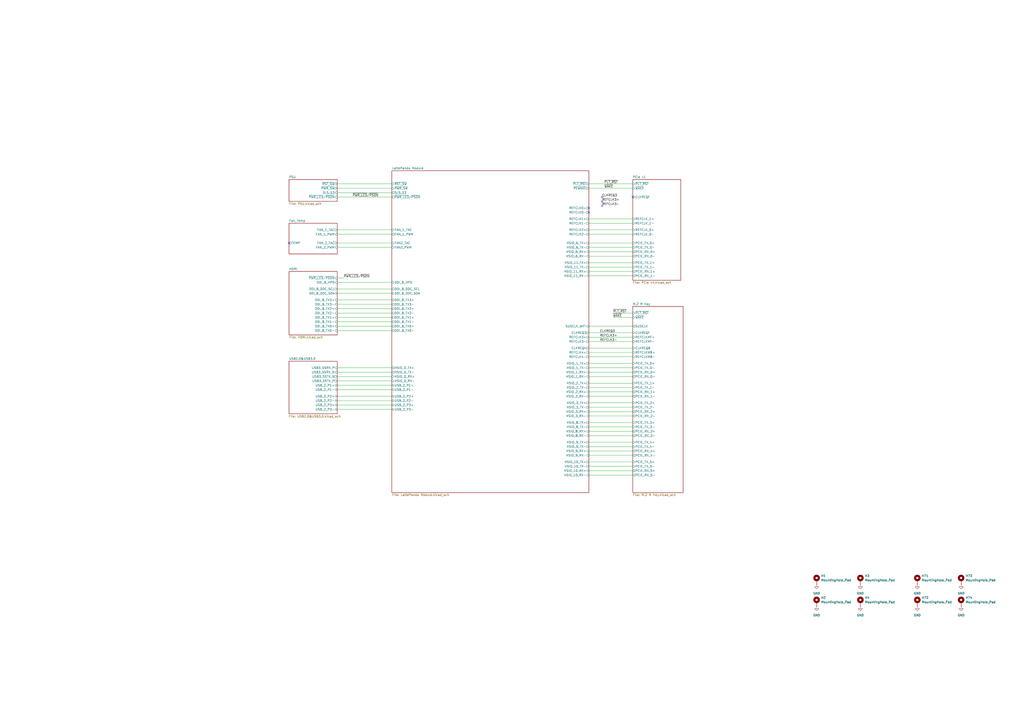
<source format=kicad_sch>
(kicad_sch
	(version 20231120)
	(generator "eeschema")
	(generator_version "8.0")
	(uuid "2a6d114a-7fd7-4207-b5f7-4ea9c34f36aa")
	(paper "A2")
	(title_block
		(title "nvme Carrier for LattePanda Mu")
		(date "2024-05-24")
		(rev "V1.0.6")
		(comment 1 "20240406")
	)
	(lib_symbols
		(symbol "Mechanical:MountingHole_Pad"
			(pin_numbers hide)
			(pin_names
				(offset 1.016) hide)
			(exclude_from_sim no)
			(in_bom yes)
			(on_board yes)
			(property "Reference" "H"
				(at 0 6.35 0)
				(effects
					(font
						(size 1.27 1.27)
					)
				)
			)
			(property "Value" "MountingHole_Pad"
				(at 0 4.445 0)
				(effects
					(font
						(size 1.27 1.27)
					)
				)
			)
			(property "Footprint" ""
				(at 0 0 0)
				(effects
					(font
						(size 1.27 1.27)
					)
					(hide yes)
				)
			)
			(property "Datasheet" "~"
				(at 0 0 0)
				(effects
					(font
						(size 1.27 1.27)
					)
					(hide yes)
				)
			)
			(property "Description" "Mounting Hole with connection"
				(at 0 0 0)
				(effects
					(font
						(size 1.27 1.27)
					)
					(hide yes)
				)
			)
			(property "ki_keywords" "mounting hole"
				(at 0 0 0)
				(effects
					(font
						(size 1.27 1.27)
					)
					(hide yes)
				)
			)
			(property "ki_fp_filters" "MountingHole*Pad*"
				(at 0 0 0)
				(effects
					(font
						(size 1.27 1.27)
					)
					(hide yes)
				)
			)
			(symbol "MountingHole_Pad_0_1"
				(circle
					(center 0 1.27)
					(radius 1.27)
					(stroke
						(width 1.27)
						(type default)
					)
					(fill
						(type none)
					)
				)
			)
			(symbol "MountingHole_Pad_1_1"
				(pin input line
					(at 0 -2.54 90)
					(length 2.54)
					(name "1"
						(effects
							(font
								(size 1.27 1.27)
							)
						)
					)
					(number "1"
						(effects
							(font
								(size 1.27 1.27)
							)
						)
					)
				)
			)
		)
		(symbol "power:GND"
			(power)
			(pin_numbers hide)
			(pin_names
				(offset 0) hide)
			(exclude_from_sim no)
			(in_bom yes)
			(on_board yes)
			(property "Reference" "#PWR"
				(at 0 -6.35 0)
				(effects
					(font
						(size 1.27 1.27)
					)
					(hide yes)
				)
			)
			(property "Value" "GND"
				(at 0 -3.81 0)
				(effects
					(font
						(size 1.27 1.27)
					)
				)
			)
			(property "Footprint" ""
				(at 0 0 0)
				(effects
					(font
						(size 1.27 1.27)
					)
					(hide yes)
				)
			)
			(property "Datasheet" ""
				(at 0 0 0)
				(effects
					(font
						(size 1.27 1.27)
					)
					(hide yes)
				)
			)
			(property "Description" "Power symbol creates a global label with name \"GND\" , ground"
				(at 0 0 0)
				(effects
					(font
						(size 1.27 1.27)
					)
					(hide yes)
				)
			)
			(property "ki_keywords" "global power"
				(at 0 0 0)
				(effects
					(font
						(size 1.27 1.27)
					)
					(hide yes)
				)
			)
			(symbol "GND_0_1"
				(polyline
					(pts
						(xy 0 0) (xy 0 -1.27) (xy 1.27 -1.27) (xy 0 -2.54) (xy -1.27 -1.27) (xy 0 -1.27)
					)
					(stroke
						(width 0)
						(type default)
					)
					(fill
						(type none)
					)
				)
			)
			(symbol "GND_1_1"
				(pin power_in line
					(at 0 0 270)
					(length 0)
					(name "~"
						(effects
							(font
								(size 1.27 1.27)
							)
						)
					)
					(number "1"
						(effects
							(font
								(size 1.27 1.27)
							)
						)
					)
				)
			)
		)
	)
	(no_connect
		(at 349.25 119.38)
		(uuid "200f592f-0290-46c3-88f8-89fad860196a")
	)
	(no_connect
		(at 167.64 140.97)
		(uuid "295763a6-57eb-4008-8853-447e5373707e")
	)
	(no_connect
		(at 349.25 116.84)
		(uuid "402ba125-dc63-4c4b-8d7a-b8fe3ec2ed53")
	)
	(no_connect
		(at 367.03 114.3)
		(uuid "69337a8c-3b76-4086-8940-bb0d3ce3873f")
	)
	(no_connect
		(at 341.63 120.65)
		(uuid "82272711-9c64-4179-8e8e-6f87237d90ce")
	)
	(no_connect
		(at 349.25 114.3)
		(uuid "a76ccf93-adde-48da-9aed-667477d529ff")
	)
	(no_connect
		(at 341.63 123.19)
		(uuid "c240d1d3-d9d2-4334-b380-a639cb273440")
	)
	(wire
		(pts
			(xy 195.58 234.95) (xy 227.33 234.95)
		)
		(stroke
			(width 0)
			(type default)
		)
		(uuid "05ba75ed-7c1b-478d-aaeb-6cd0ab9fd4ed")
	)
	(wire
		(pts
			(xy 367.03 157.48) (xy 341.63 157.48)
		)
		(stroke
			(width 0)
			(type default)
		)
		(uuid "0601ee9b-37cc-4766-83db-6b86d1ce48e7")
	)
	(wire
		(pts
			(xy 227.33 186.69) (xy 195.58 186.69)
		)
		(stroke
			(width 0)
			(type default)
		)
		(uuid "0ad01661-7153-4af7-a3a0-e502b504123a")
	)
	(wire
		(pts
			(xy 341.63 189.23) (xy 367.03 189.23)
		)
		(stroke
			(width 0)
			(type default)
		)
		(uuid "189b057b-bd85-4345-96ef-14343a560e64")
	)
	(wire
		(pts
			(xy 195.58 111.76) (xy 227.33 111.76)
		)
		(stroke
			(width 0)
			(type default)
		)
		(uuid "191d81e8-df38-4c15-abcb-5f5ea255cde3")
	)
	(wire
		(pts
			(xy 195.58 218.44) (xy 227.33 218.44)
		)
		(stroke
			(width 0)
			(type default)
		)
		(uuid "195932a3-de98-4563-ba20-6409501ba35d")
	)
	(wire
		(pts
			(xy 367.03 160.02) (xy 341.63 160.02)
		)
		(stroke
			(width 0)
			(type default)
		)
		(uuid "1dcd1368-e10a-4fb0-92c2-c0bdfe8d402c")
	)
	(wire
		(pts
			(xy 227.33 163.83) (xy 195.58 163.83)
		)
		(stroke
			(width 0)
			(type default)
		)
		(uuid "2468d2d3-a034-4868-a8da-2c943e9fbc76")
	)
	(wire
		(pts
			(xy 341.63 264.16) (xy 367.03 264.16)
		)
		(stroke
			(width 0)
			(type default)
		)
		(uuid "26067ba1-c32d-49b3-bbf8-11c54e87faf8")
	)
	(wire
		(pts
			(xy 341.63 267.97) (xy 367.03 267.97)
		)
		(stroke
			(width 0)
			(type default)
		)
		(uuid "2904a91c-d879-452d-96a5-d687b0546cab")
	)
	(wire
		(pts
			(xy 341.63 229.87) (xy 367.03 229.87)
		)
		(stroke
			(width 0)
			(type default)
		)
		(uuid "3017d77e-2b9e-4124-a2bb-cfafbbfbd4b3")
	)
	(wire
		(pts
			(xy 367.03 140.97) (xy 341.63 140.97)
		)
		(stroke
			(width 0)
			(type default)
		)
		(uuid "3333ae9c-be09-4758-a389-a20aa8f386b9")
	)
	(wire
		(pts
			(xy 341.63 256.54) (xy 367.03 256.54)
		)
		(stroke
			(width 0)
			(type default)
		)
		(uuid "34f88942-2598-4ae7-b2ca-cb57117a422d")
	)
	(wire
		(pts
			(xy 367.03 106.68) (xy 341.63 106.68)
		)
		(stroke
			(width 0)
			(type default)
		)
		(uuid "363b3abd-7581-412a-9b92-9c130e6c4e53")
	)
	(wire
		(pts
			(xy 341.63 193.04) (xy 367.03 193.04)
		)
		(stroke
			(width 0)
			(type default)
		)
		(uuid "39cd4c2b-2701-46a1-8c51-2e4b87b88a7f")
	)
	(wire
		(pts
			(xy 227.33 176.53) (xy 195.58 176.53)
		)
		(stroke
			(width 0)
			(type default)
		)
		(uuid "3bfdf9af-6700-4561-9676-e3d31607ed1c")
	)
	(wire
		(pts
			(xy 341.63 135.89) (xy 367.03 135.89)
		)
		(stroke
			(width 0)
			(type default)
		)
		(uuid "3e6a0c59-e3a2-4b8b-b6fc-216bdc93d600")
	)
	(wire
		(pts
			(xy 341.63 227.33) (xy 367.03 227.33)
		)
		(stroke
			(width 0)
			(type default)
		)
		(uuid "41a5a2c4-7492-4be7-814d-eee08ab4e9e4")
	)
	(wire
		(pts
			(xy 341.63 204.47) (xy 367.03 204.47)
		)
		(stroke
			(width 0)
			(type default)
		)
		(uuid "4234dd49-5b16-461d-92f8-d5298aa8ccd2")
	)
	(wire
		(pts
			(xy 341.63 252.73) (xy 367.03 252.73)
		)
		(stroke
			(width 0)
			(type default)
		)
		(uuid "42b2a0b3-7cfa-4b5c-b698-15cad525c71b")
	)
	(wire
		(pts
			(xy 199.39 161.29) (xy 195.58 161.29)
		)
		(stroke
			(width 0)
			(type default)
		)
		(uuid "44c9775c-4e50-4252-8a34-2a2c99517fbe")
	)
	(wire
		(pts
			(xy 195.58 106.68) (xy 227.33 106.68)
		)
		(stroke
			(width 0)
			(type default)
		)
		(uuid "46206094-90bf-4e7a-b8e3-79721c2c4dd7")
	)
	(wire
		(pts
			(xy 195.58 220.98) (xy 227.33 220.98)
		)
		(stroke
			(width 0)
			(type default)
		)
		(uuid "4beea25f-9b68-40e8-90e0-4f31011b0ab5")
	)
	(wire
		(pts
			(xy 195.58 229.87) (xy 227.33 229.87)
		)
		(stroke
			(width 0)
			(type default)
		)
		(uuid "4de7c4c5-3680-4e22-b214-85711510ee34")
	)
	(wire
		(pts
			(xy 341.63 215.9) (xy 367.03 215.9)
		)
		(stroke
			(width 0)
			(type default)
		)
		(uuid "511d69f6-896f-4382-b95c-6de0f54c0e16")
	)
	(wire
		(pts
			(xy 341.63 207.01) (xy 367.03 207.01)
		)
		(stroke
			(width 0)
			(type default)
		)
		(uuid "548e99e0-366c-4bbc-a620-7601c8cad0c4")
	)
	(wire
		(pts
			(xy 341.63 233.68) (xy 367.03 233.68)
		)
		(stroke
			(width 0)
			(type default)
		)
		(uuid "5a663158-6880-4aa5-88c4-984367a7526a")
	)
	(wire
		(pts
			(xy 341.63 201.93) (xy 367.03 201.93)
		)
		(stroke
			(width 0)
			(type default)
		)
		(uuid "5defa966-b6c4-41b5-8586-15380bd2f5f5")
	)
	(wire
		(pts
			(xy 341.63 250.19) (xy 367.03 250.19)
		)
		(stroke
			(width 0)
			(type default)
		)
		(uuid "6015515c-e08f-4a82-955b-5d42213b2785")
	)
	(wire
		(pts
			(xy 227.33 173.99) (xy 195.58 173.99)
		)
		(stroke
			(width 0)
			(type default)
		)
		(uuid "6336a8a7-0dda-46b0-92d7-5c35f822996a")
	)
	(wire
		(pts
			(xy 195.58 223.52) (xy 227.33 223.52)
		)
		(stroke
			(width 0)
			(type default)
		)
		(uuid "6c635542-82bf-451e-b785-1dfc2d7d6e36")
	)
	(wire
		(pts
			(xy 195.58 143.51) (xy 227.33 143.51)
		)
		(stroke
			(width 0)
			(type default)
		)
		(uuid "6d9ecc2f-e339-4168-88d1-1cf29684029f")
	)
	(wire
		(pts
			(xy 341.63 238.76) (xy 367.03 238.76)
		)
		(stroke
			(width 0)
			(type default)
		)
		(uuid "6ec75b75-7570-4316-8de8-af5dc3ed22ef")
	)
	(wire
		(pts
			(xy 341.63 261.62) (xy 367.03 261.62)
		)
		(stroke
			(width 0)
			(type default)
		)
		(uuid "701a4eb3-2856-4da9-926e-20f87d3a0911")
	)
	(wire
		(pts
			(xy 195.58 133.35) (xy 227.33 133.35)
		)
		(stroke
			(width 0)
			(type default)
		)
		(uuid "7264e976-21e7-439e-a243-7b217a78e22e")
	)
	(wire
		(pts
			(xy 341.63 198.12) (xy 367.03 198.12)
		)
		(stroke
			(width 0)
			(type default)
		)
		(uuid "7425e3f9-931c-4470-bbc7-53f32b26ba04")
	)
	(wire
		(pts
			(xy 341.63 275.59) (xy 367.03 275.59)
		)
		(stroke
			(width 0)
			(type default)
		)
		(uuid "791a7286-6f2e-4373-8021-1c470d0362cd")
	)
	(wire
		(pts
			(xy 341.63 218.44) (xy 367.03 218.44)
		)
		(stroke
			(width 0)
			(type default)
		)
		(uuid "7a60ba80-5f87-45db-a626-1b7ea335eedf")
	)
	(wire
		(pts
			(xy 195.58 114.3) (xy 227.33 114.3)
		)
		(stroke
			(width 0)
			(type default)
		)
		(uuid "7d7227e5-a8dc-4535-932d-40fb56df66ad")
	)
	(wire
		(pts
			(xy 367.03 152.4) (xy 341.63 152.4)
		)
		(stroke
			(width 0)
			(type default)
		)
		(uuid "816ac54c-1e60-4c63-aaf4-7d0a389e2213")
	)
	(wire
		(pts
			(xy 341.63 241.3) (xy 367.03 241.3)
		)
		(stroke
			(width 0)
			(type default)
		)
		(uuid "81aa58b0-cced-43a6-9fbe-ef69071031fd")
	)
	(wire
		(pts
			(xy 341.63 222.25) (xy 367.03 222.25)
		)
		(stroke
			(width 0)
			(type default)
		)
		(uuid "8ba39e95-ff44-427b-85c5-07551f2f1841")
	)
	(wire
		(pts
			(xy 341.63 195.58) (xy 367.03 195.58)
		)
		(stroke
			(width 0)
			(type default)
		)
		(uuid "8f4c39a5-37d3-430b-960c-1b8b395c2a69")
	)
	(wire
		(pts
			(xy 227.33 167.64) (xy 195.58 167.64)
		)
		(stroke
			(width 0)
			(type default)
		)
		(uuid "93da146f-20c8-403d-999c-5ecbb28016e7")
	)
	(wire
		(pts
			(xy 367.03 148.59) (xy 341.63 148.59)
		)
		(stroke
			(width 0)
			(type default)
		)
		(uuid "95018daa-6cee-406f-85fb-6987a953cb85")
	)
	(wire
		(pts
			(xy 195.58 140.97) (xy 227.33 140.97)
		)
		(stroke
			(width 0)
			(type default)
		)
		(uuid "9ed9c800-d2b2-424c-a694-267f5ca8975d")
	)
	(wire
		(pts
			(xy 341.63 270.51) (xy 367.03 270.51)
		)
		(stroke
			(width 0)
			(type default)
		)
		(uuid "9f3dedad-8a7a-44c8-a228-13487f53da9f")
	)
	(wire
		(pts
			(xy 227.33 191.77) (xy 195.58 191.77)
		)
		(stroke
			(width 0)
			(type default)
		)
		(uuid "a0016c3f-8f02-4114-8602-85ebcd07d5fb")
	)
	(wire
		(pts
			(xy 367.03 146.05) (xy 341.63 146.05)
		)
		(stroke
			(width 0)
			(type default)
		)
		(uuid "a34641a8-072e-4af7-b234-97d11d2e72e9")
	)
	(wire
		(pts
			(xy 341.63 224.79) (xy 367.03 224.79)
		)
		(stroke
			(width 0)
			(type default)
		)
		(uuid "a42952ce-5992-4e5b-83a5-32e8faa1786f")
	)
	(wire
		(pts
			(xy 195.58 237.49) (xy 227.33 237.49)
		)
		(stroke
			(width 0)
			(type default)
		)
		(uuid "a61f51ed-f752-4456-872e-6e71e82f4ce9")
	)
	(wire
		(pts
			(xy 355.6 184.15) (xy 367.03 184.15)
		)
		(stroke
			(width 0)
			(type default)
		)
		(uuid "ac06eb37-9f78-4a1e-85fa-95692ac6ff1d")
	)
	(wire
		(pts
			(xy 227.33 170.18) (xy 195.58 170.18)
		)
		(stroke
			(width 0)
			(type default)
		)
		(uuid "b3cece4f-a5e8-4d36-b9de-023c7d18c666")
	)
	(wire
		(pts
			(xy 367.03 143.51) (xy 341.63 143.51)
		)
		(stroke
			(width 0)
			(type default)
		)
		(uuid "b49a911b-bfab-4cfa-8122-a59e1285df7f")
	)
	(wire
		(pts
			(xy 227.33 179.07) (xy 195.58 179.07)
		)
		(stroke
			(width 0)
			(type default)
		)
		(uuid "b8c1b5c4-43f5-495f-beb3-ece2d5c55746")
	)
	(wire
		(pts
			(xy 227.33 189.23) (xy 195.58 189.23)
		)
		(stroke
			(width 0)
			(type default)
		)
		(uuid "b969fcdb-9aac-49cf-9fbc-257e33ef3b0b")
	)
	(wire
		(pts
			(xy 195.58 226.06) (xy 227.33 226.06)
		)
		(stroke
			(width 0)
			(type default)
		)
		(uuid "bdb0238d-8ddf-4c77-aad3-5e1231fa1678")
	)
	(wire
		(pts
			(xy 227.33 184.15) (xy 195.58 184.15)
		)
		(stroke
			(width 0)
			(type default)
		)
		(uuid "bfc36857-8590-4d51-a5d3-2376062fd187")
	)
	(wire
		(pts
			(xy 195.58 109.22) (xy 227.33 109.22)
		)
		(stroke
			(width 0)
			(type default)
		)
		(uuid "c28b7ad3-413c-47e7-8613-c570b5d51902")
	)
	(wire
		(pts
			(xy 341.63 210.82) (xy 367.03 210.82)
		)
		(stroke
			(width 0)
			(type default)
		)
		(uuid "c3484c97-893e-45fd-ab6f-65d7946b8789")
	)
	(wire
		(pts
			(xy 195.58 135.89) (xy 227.33 135.89)
		)
		(stroke
			(width 0)
			(type default)
		)
		(uuid "c3aaa9f3-ba42-428e-8039-1c8f5afbe7a3")
	)
	(wire
		(pts
			(xy 355.6 181.61) (xy 367.03 181.61)
		)
		(stroke
			(width 0)
			(type default)
		)
		(uuid "c7d9493b-c28a-4cf9-9525-dfb48a392907")
	)
	(wire
		(pts
			(xy 195.58 213.36) (xy 227.33 213.36)
		)
		(stroke
			(width 0)
			(type default)
		)
		(uuid "c9de5e02-1328-42af-9b4e-4a43f8a20bc4")
	)
	(wire
		(pts
			(xy 341.63 273.05) (xy 367.03 273.05)
		)
		(stroke
			(width 0)
			(type default)
		)
		(uuid "cf2d7ea7-a768-4cb8-879b-5dcbb0224454")
	)
	(wire
		(pts
			(xy 341.63 259.08) (xy 367.03 259.08)
		)
		(stroke
			(width 0)
			(type default)
		)
		(uuid "dd249f05-c100-4abe-9a22-40ac9aea50b5")
	)
	(wire
		(pts
			(xy 341.63 213.36) (xy 367.03 213.36)
		)
		(stroke
			(width 0)
			(type default)
		)
		(uuid "dd60bd05-a3d9-439d-952e-88319460645b")
	)
	(wire
		(pts
			(xy 341.63 129.54) (xy 367.03 129.54)
		)
		(stroke
			(width 0)
			(type default)
		)
		(uuid "df2d4c4f-1678-4457-9e17-72379c8c5c74")
	)
	(wire
		(pts
			(xy 341.63 236.22) (xy 367.03 236.22)
		)
		(stroke
			(width 0)
			(type default)
		)
		(uuid "e477e3e2-3b92-41e3-a219-ac9006af3f80")
	)
	(wire
		(pts
			(xy 367.03 154.94) (xy 341.63 154.94)
		)
		(stroke
			(width 0)
			(type default)
		)
		(uuid "ec7c5fdf-a94c-4558-bd01-b9cce3e19815")
	)
	(wire
		(pts
			(xy 227.33 181.61) (xy 195.58 181.61)
		)
		(stroke
			(width 0)
			(type default)
		)
		(uuid "ed5cf2fe-a67a-4e58-bc46-5acd895d24b2")
	)
	(wire
		(pts
			(xy 341.63 127) (xy 367.03 127)
		)
		(stroke
			(width 0)
			(type default)
		)
		(uuid "f053200a-9b08-4df4-9e2e-a88cf7700f4d")
	)
	(wire
		(pts
			(xy 195.58 215.9) (xy 227.33 215.9)
		)
		(stroke
			(width 0)
			(type default)
		)
		(uuid "f14e8915-1aaa-476e-934f-875c110ae912")
	)
	(wire
		(pts
			(xy 341.63 133.35) (xy 367.03 133.35)
		)
		(stroke
			(width 0)
			(type default)
		)
		(uuid "f9f0bedd-b3c7-442e-9daf-cc4449ffec67")
	)
	(wire
		(pts
			(xy 367.03 109.22) (xy 341.63 109.22)
		)
		(stroke
			(width 0)
			(type default)
		)
		(uuid "f9f8a0ae-f8a0-49f9-b7eb-5b1613a8e498")
	)
	(wire
		(pts
			(xy 341.63 245.11) (xy 367.03 245.11)
		)
		(stroke
			(width 0)
			(type default)
		)
		(uuid "f9f8c2a5-9676-45ef-a7c0-676845784c1c")
	)
	(wire
		(pts
			(xy 341.63 247.65) (xy 367.03 247.65)
		)
		(stroke
			(width 0)
			(type default)
		)
		(uuid "faff1a48-60e1-446b-81ec-4354fb04f1f6")
	)
	(wire
		(pts
			(xy 195.58 232.41) (xy 227.33 232.41)
		)
		(stroke
			(width 0)
			(type default)
		)
		(uuid "ff5fc53b-a0fc-44be-b531-2727d75f9e98")
	)
	(label "~{PLT_RST}"
		(at 350.52 106.68 0)
		(fields_autoplaced yes)
		(effects
			(font
				(size 1.27 1.27)
			)
			(justify left bottom)
		)
		(uuid "02d4949e-2475-451a-9219-cb264db134aa")
	)
	(label "REFCLK3+"
		(at 347.98 195.58 0)
		(fields_autoplaced yes)
		(effects
			(font
				(size 1.27 1.27)
			)
			(justify left bottom)
		)
		(uuid "1ef32bd0-9b9b-447e-a38d-9797666273fe")
	)
	(label "~{PLT_RST}"
		(at 355.6 181.61 0)
		(fields_autoplaced yes)
		(effects
			(font
				(size 1.27 1.27)
			)
			(justify left bottom)
		)
		(uuid "3c0aea3f-fd5b-4436-8912-31618c944a58")
	)
	(label "~{PWR_LED}{slash}~{PSON}"
		(at 204.47 114.3 0)
		(fields_autoplaced yes)
		(effects
			(font
				(size 1.27 1.27)
			)
			(justify left bottom)
		)
		(uuid "3cafe7a4-fb63-4f9c-ac1c-8b914fe3afa8")
	)
	(label "CLKREQ3"
		(at 349.25 114.3 0)
		(fields_autoplaced yes)
		(effects
			(font
				(size 1.27 1.27)
			)
			(justify left bottom)
		)
		(uuid "53f085f3-2719-46bf-bf81-6c88afa18f1e")
	)
	(label "CLKREQ3"
		(at 347.98 193.04 0)
		(fields_autoplaced yes)
		(effects
			(font
				(size 1.27 1.27)
			)
			(justify left bottom)
		)
		(uuid "8a6c0b86-165e-4d9f-aaec-13977283d827")
	)
	(label "~{WAKE}"
		(at 355.6 184.15 0)
		(fields_autoplaced yes)
		(effects
			(font
				(size 1.27 1.27)
			)
			(justify left bottom)
		)
		(uuid "8e55f6ef-62a3-42f9-9452-eb1aa1c42a36")
	)
	(label "REFCLK3-"
		(at 347.98 198.12 0)
		(fields_autoplaced yes)
		(effects
			(font
				(size 1.27 1.27)
			)
			(justify left bottom)
		)
		(uuid "9bfaf572-dee5-4d64-b767-4e98a3406f6d")
	)
	(label "~{PWR_LED}{slash}~{PSON}"
		(at 199.39 161.29 0)
		(fields_autoplaced yes)
		(effects
			(font
				(size 1.27 1.27)
			)
			(justify left bottom)
		)
		(uuid "a2e908bd-efdd-40d0-9df7-935e05757cd3")
	)
	(label "REFCLK3-"
		(at 349.25 119.38 0)
		(fields_autoplaced yes)
		(effects
			(font
				(size 1.27 1.27)
			)
			(justify left bottom)
		)
		(uuid "d05b3573-c718-4a6a-9c33-4e00f88cb00d")
	)
	(label "REFCLK3+"
		(at 349.25 116.84 0)
		(fields_autoplaced yes)
		(effects
			(font
				(size 1.27 1.27)
			)
			(justify left bottom)
		)
		(uuid "ee405530-67ca-4ed7-a972-06e63b50a2cc")
	)
	(label "~{WAKE}"
		(at 350.52 109.22 0)
		(fields_autoplaced yes)
		(effects
			(font
				(size 1.27 1.27)
			)
			(justify left bottom)
		)
		(uuid "f47ceb4c-fdd5-4a51-81f3-5ffea0557574")
	)
	(symbol
		(lib_id "Mechanical:MountingHole_Pad")
		(at 557.53 336.55 0)
		(unit 1)
		(exclude_from_sim no)
		(in_bom no)
		(on_board yes)
		(dnp no)
		(fields_autoplaced yes)
		(uuid "02d69af1-d2e7-43ad-8b75-d543a259a540")
		(property "Reference" "H73"
			(at 560.07 334.0099 0)
			(effects
				(font
					(size 1.27 1.27)
				)
				(justify left)
			)
		)
		(property "Value" "MountingHole_Pad"
			(at 560.07 336.5499 0)
			(effects
				(font
					(size 1.27 1.27)
				)
				(justify left)
			)
		)
		(property "Footprint" "A_HDJ_Library:MountingHole_3.2mm_M3_Pad_Via"
			(at 557.53 336.55 0)
			(effects
				(font
					(size 1.27 1.27)
				)
				(hide yes)
			)
		)
		(property "Datasheet" "~"
			(at 557.53 336.55 0)
			(effects
				(font
					(size 1.27 1.27)
				)
				(hide yes)
			)
		)
		(property "Description" ""
			(at 557.53 336.55 0)
			(effects
				(font
					(size 1.27 1.27)
				)
				(hide yes)
			)
		)
		(property "Sim.Device" ""
			(at 557.53 336.55 0)
			(effects
				(font
					(size 1.27 1.27)
				)
				(hide yes)
			)
		)
		(property "Sim.Pins" ""
			(at 557.53 336.55 0)
			(effects
				(font
					(size 1.27 1.27)
				)
				(hide yes)
			)
		)
		(property "Sim.Type" ""
			(at 557.53 336.55 0)
			(effects
				(font
					(size 1.27 1.27)
				)
				(hide yes)
			)
		)
		(pin "1"
			(uuid "0a296584-8015-4fc4-aecd-be2aadb238df")
		)
		(instances
			(project "nvme Carrier for LattePanda Mu"
				(path "/2a6d114a-7fd7-4207-b5f7-4ea9c34f36aa"
					(reference "H73")
					(unit 1)
				)
			)
		)
	)
	(symbol
		(lib_id "Mechanical:MountingHole_Pad")
		(at 473.71 336.55 0)
		(unit 1)
		(exclude_from_sim no)
		(in_bom no)
		(on_board yes)
		(dnp no)
		(fields_autoplaced yes)
		(uuid "0cd0d925-1d08-48e8-8abd-66c9c8d5086f")
		(property "Reference" "H1"
			(at 476.25 334.01 0)
			(effects
				(font
					(size 1.27 1.27)
				)
				(justify left)
			)
		)
		(property "Value" "MountingHole_Pad"
			(at 476.25 336.55 0)
			(effects
				(font
					(size 1.27 1.27)
				)
				(justify left)
			)
		)
		(property "Footprint" "A_HDJ_Library:MountingHole_3.2mm_M3_Pad_Via"
			(at 473.71 336.55 0)
			(effects
				(font
					(size 1.27 1.27)
				)
				(hide yes)
			)
		)
		(property "Datasheet" "~"
			(at 473.71 336.55 0)
			(effects
				(font
					(size 1.27 1.27)
				)
				(hide yes)
			)
		)
		(property "Description" ""
			(at 473.71 336.55 0)
			(effects
				(font
					(size 1.27 1.27)
				)
				(hide yes)
			)
		)
		(property "Sim.Device" ""
			(at 473.71 336.55 0)
			(effects
				(font
					(size 1.27 1.27)
				)
				(hide yes)
			)
		)
		(property "Sim.Pins" ""
			(at 473.71 336.55 0)
			(effects
				(font
					(size 1.27 1.27)
				)
				(hide yes)
			)
		)
		(property "Sim.Type" ""
			(at 473.71 336.55 0)
			(effects
				(font
					(size 1.27 1.27)
				)
				(hide yes)
			)
		)
		(pin "1"
			(uuid "a52515ba-41fe-4566-ba55-564c64bf6e95")
		)
		(instances
			(project "nvme Carrier for LattePanda Mu"
				(path "/2a6d114a-7fd7-4207-b5f7-4ea9c34f36aa"
					(reference "H1")
					(unit 1)
				)
			)
		)
	)
	(symbol
		(lib_id "power:GND")
		(at 532.13 351.79 0)
		(unit 1)
		(exclude_from_sim no)
		(in_bom yes)
		(on_board yes)
		(dnp no)
		(fields_autoplaced yes)
		(uuid "10f68c5a-b751-4717-8afc-ab5723eb7547")
		(property "Reference" "#PWR0138"
			(at 532.13 358.14 0)
			(effects
				(font
					(size 1.27 1.27)
				)
				(hide yes)
			)
		)
		(property "Value" "GND"
			(at 532.13 356.87 0)
			(effects
				(font
					(size 1.27 1.27)
				)
			)
		)
		(property "Footprint" ""
			(at 532.13 351.79 0)
			(effects
				(font
					(size 1.27 1.27)
				)
				(hide yes)
			)
		)
		(property "Datasheet" ""
			(at 532.13 351.79 0)
			(effects
				(font
					(size 1.27 1.27)
				)
				(hide yes)
			)
		)
		(property "Description" ""
			(at 532.13 351.79 0)
			(effects
				(font
					(size 1.27 1.27)
				)
				(hide yes)
			)
		)
		(pin "1"
			(uuid "dc824167-5d57-472b-89e1-fb83ef109c50")
		)
		(instances
			(project "nvme Carrier for LattePanda Mu"
				(path "/2a6d114a-7fd7-4207-b5f7-4ea9c34f36aa"
					(reference "#PWR0138")
					(unit 1)
				)
			)
		)
	)
	(symbol
		(lib_id "power:GND")
		(at 532.13 339.09 0)
		(unit 1)
		(exclude_from_sim no)
		(in_bom yes)
		(on_board yes)
		(dnp no)
		(fields_autoplaced yes)
		(uuid "16a8d652-e78f-4039-ac83-f833e72a0cd7")
		(property "Reference" "#PWR0132"
			(at 532.13 345.44 0)
			(effects
				(font
					(size 1.27 1.27)
				)
				(hide yes)
			)
		)
		(property "Value" "GND"
			(at 532.13 344.17 0)
			(effects
				(font
					(size 1.27 1.27)
				)
			)
		)
		(property "Footprint" ""
			(at 532.13 339.09 0)
			(effects
				(font
					(size 1.27 1.27)
				)
				(hide yes)
			)
		)
		(property "Datasheet" ""
			(at 532.13 339.09 0)
			(effects
				(font
					(size 1.27 1.27)
				)
				(hide yes)
			)
		)
		(property "Description" ""
			(at 532.13 339.09 0)
			(effects
				(font
					(size 1.27 1.27)
				)
				(hide yes)
			)
		)
		(pin "1"
			(uuid "eea90cfe-0e74-4e95-82f5-b0843924418f")
		)
		(instances
			(project "nvme Carrier for LattePanda Mu"
				(path "/2a6d114a-7fd7-4207-b5f7-4ea9c34f36aa"
					(reference "#PWR0132")
					(unit 1)
				)
			)
		)
	)
	(symbol
		(lib_id "Mechanical:MountingHole_Pad")
		(at 532.13 349.25 0)
		(unit 1)
		(exclude_from_sim no)
		(in_bom no)
		(on_board yes)
		(dnp no)
		(fields_autoplaced yes)
		(uuid "26904ca2-7b7c-4d71-a7ae-e6be4c331fb8")
		(property "Reference" "H72"
			(at 534.67 346.7099 0)
			(effects
				(font
					(size 1.27 1.27)
				)
				(justify left)
			)
		)
		(property "Value" "MountingHole_Pad"
			(at 534.67 349.2499 0)
			(effects
				(font
					(size 1.27 1.27)
				)
				(justify left)
			)
		)
		(property "Footprint" "A_HDJ_Library:MountingHole_3.2mm_M3_Pad_Via"
			(at 532.13 349.25 0)
			(effects
				(font
					(size 1.27 1.27)
				)
				(hide yes)
			)
		)
		(property "Datasheet" "~"
			(at 532.13 349.25 0)
			(effects
				(font
					(size 1.27 1.27)
				)
				(hide yes)
			)
		)
		(property "Description" ""
			(at 532.13 349.25 0)
			(effects
				(font
					(size 1.27 1.27)
				)
				(hide yes)
			)
		)
		(property "Sim.Device" ""
			(at 532.13 349.25 0)
			(effects
				(font
					(size 1.27 1.27)
				)
				(hide yes)
			)
		)
		(property "Sim.Pins" ""
			(at 532.13 349.25 0)
			(effects
				(font
					(size 1.27 1.27)
				)
				(hide yes)
			)
		)
		(property "Sim.Type" ""
			(at 532.13 349.25 0)
			(effects
				(font
					(size 1.27 1.27)
				)
				(hide yes)
			)
		)
		(pin "1"
			(uuid "4d6fa72b-dee9-452b-a91e-e63131f32771")
		)
		(instances
			(project "nvme Carrier for LattePanda Mu"
				(path "/2a6d114a-7fd7-4207-b5f7-4ea9c34f36aa"
					(reference "H72")
					(unit 1)
				)
			)
		)
	)
	(symbol
		(lib_id "power:GND")
		(at 473.71 339.09 0)
		(unit 1)
		(exclude_from_sim no)
		(in_bom yes)
		(on_board yes)
		(dnp no)
		(fields_autoplaced yes)
		(uuid "53002907-73fe-4c30-9cc7-2e51766b5877")
		(property "Reference" "#PWR01"
			(at 473.71 345.44 0)
			(effects
				(font
					(size 1.27 1.27)
				)
				(hide yes)
			)
		)
		(property "Value" "GND"
			(at 473.71 344.17 0)
			(effects
				(font
					(size 1.27 1.27)
				)
			)
		)
		(property "Footprint" ""
			(at 473.71 339.09 0)
			(effects
				(font
					(size 1.27 1.27)
				)
				(hide yes)
			)
		)
		(property "Datasheet" ""
			(at 473.71 339.09 0)
			(effects
				(font
					(size 1.27 1.27)
				)
				(hide yes)
			)
		)
		(property "Description" ""
			(at 473.71 339.09 0)
			(effects
				(font
					(size 1.27 1.27)
				)
				(hide yes)
			)
		)
		(pin "1"
			(uuid "b45712e5-bc82-43f6-be07-5a8b31e2ea3b")
		)
		(instances
			(project "nvme Carrier for LattePanda Mu"
				(path "/2a6d114a-7fd7-4207-b5f7-4ea9c34f36aa"
					(reference "#PWR01")
					(unit 1)
				)
			)
		)
	)
	(symbol
		(lib_id "Mechanical:MountingHole_Pad")
		(at 499.11 349.25 0)
		(unit 1)
		(exclude_from_sim no)
		(in_bom no)
		(on_board yes)
		(dnp no)
		(fields_autoplaced yes)
		(uuid "5c79c14e-cfbb-4e68-95b1-d9e9ff2ffcb5")
		(property "Reference" "H4"
			(at 501.65 346.71 0)
			(effects
				(font
					(size 1.27 1.27)
				)
				(justify left)
			)
		)
		(property "Value" "MountingHole_Pad"
			(at 501.65 349.25 0)
			(effects
				(font
					(size 1.27 1.27)
				)
				(justify left)
			)
		)
		(property "Footprint" "A_HDJ_Library:MountingHole_3.2mm_M3_Pad_Via"
			(at 499.11 349.25 0)
			(effects
				(font
					(size 1.27 1.27)
				)
				(hide yes)
			)
		)
		(property "Datasheet" "~"
			(at 499.11 349.25 0)
			(effects
				(font
					(size 1.27 1.27)
				)
				(hide yes)
			)
		)
		(property "Description" ""
			(at 499.11 349.25 0)
			(effects
				(font
					(size 1.27 1.27)
				)
				(hide yes)
			)
		)
		(property "Sim.Device" ""
			(at 499.11 349.25 0)
			(effects
				(font
					(size 1.27 1.27)
				)
				(hide yes)
			)
		)
		(property "Sim.Pins" ""
			(at 499.11 349.25 0)
			(effects
				(font
					(size 1.27 1.27)
				)
				(hide yes)
			)
		)
		(property "Sim.Type" ""
			(at 499.11 349.25 0)
			(effects
				(font
					(size 1.27 1.27)
				)
				(hide yes)
			)
		)
		(pin "1"
			(uuid "b6ba7df2-92fc-45bc-8fcf-b6dd3b320c93")
		)
		(instances
			(project "nvme Carrier for LattePanda Mu"
				(path "/2a6d114a-7fd7-4207-b5f7-4ea9c34f36aa"
					(reference "H4")
					(unit 1)
				)
			)
		)
	)
	(symbol
		(lib_id "power:GND")
		(at 557.53 339.09 0)
		(unit 1)
		(exclude_from_sim no)
		(in_bom yes)
		(on_board yes)
		(dnp no)
		(fields_autoplaced yes)
		(uuid "65272749-f182-427e-962b-05998d1b3ff5")
		(property "Reference" "#PWR0144"
			(at 557.53 345.44 0)
			(effects
				(font
					(size 1.27 1.27)
				)
				(hide yes)
			)
		)
		(property "Value" "GND"
			(at 557.53 344.17 0)
			(effects
				(font
					(size 1.27 1.27)
				)
			)
		)
		(property "Footprint" ""
			(at 557.53 339.09 0)
			(effects
				(font
					(size 1.27 1.27)
				)
				(hide yes)
			)
		)
		(property "Datasheet" ""
			(at 557.53 339.09 0)
			(effects
				(font
					(size 1.27 1.27)
				)
				(hide yes)
			)
		)
		(property "Description" ""
			(at 557.53 339.09 0)
			(effects
				(font
					(size 1.27 1.27)
				)
				(hide yes)
			)
		)
		(pin "1"
			(uuid "985f6584-2079-487f-a112-459b5e6926f2")
		)
		(instances
			(project "nvme Carrier for LattePanda Mu"
				(path "/2a6d114a-7fd7-4207-b5f7-4ea9c34f36aa"
					(reference "#PWR0144")
					(unit 1)
				)
			)
		)
	)
	(symbol
		(lib_id "Mechanical:MountingHole_Pad")
		(at 532.13 336.55 0)
		(unit 1)
		(exclude_from_sim no)
		(in_bom no)
		(on_board yes)
		(dnp no)
		(fields_autoplaced yes)
		(uuid "74e10eda-8227-47a7-919d-0cb3e7552526")
		(property "Reference" "H71"
			(at 534.67 334.0099 0)
			(effects
				(font
					(size 1.27 1.27)
				)
				(justify left)
			)
		)
		(property "Value" "MountingHole_Pad"
			(at 534.67 336.5499 0)
			(effects
				(font
					(size 1.27 1.27)
				)
				(justify left)
			)
		)
		(property "Footprint" "A_HDJ_Library:MountingHole_3.2mm_M3_Pad_Via"
			(at 532.13 336.55 0)
			(effects
				(font
					(size 1.27 1.27)
				)
				(hide yes)
			)
		)
		(property "Datasheet" "~"
			(at 532.13 336.55 0)
			(effects
				(font
					(size 1.27 1.27)
				)
				(hide yes)
			)
		)
		(property "Description" ""
			(at 532.13 336.55 0)
			(effects
				(font
					(size 1.27 1.27)
				)
				(hide yes)
			)
		)
		(property "Sim.Device" ""
			(at 532.13 336.55 0)
			(effects
				(font
					(size 1.27 1.27)
				)
				(hide yes)
			)
		)
		(property "Sim.Pins" ""
			(at 532.13 336.55 0)
			(effects
				(font
					(size 1.27 1.27)
				)
				(hide yes)
			)
		)
		(property "Sim.Type" ""
			(at 532.13 336.55 0)
			(effects
				(font
					(size 1.27 1.27)
				)
				(hide yes)
			)
		)
		(pin "1"
			(uuid "1f037f60-169a-445f-b0dd-d55608224dff")
		)
		(instances
			(project "nvme Carrier for LattePanda Mu"
				(path "/2a6d114a-7fd7-4207-b5f7-4ea9c34f36aa"
					(reference "H71")
					(unit 1)
				)
			)
		)
	)
	(symbol
		(lib_id "power:GND")
		(at 473.71 351.79 0)
		(unit 1)
		(exclude_from_sim no)
		(in_bom yes)
		(on_board yes)
		(dnp no)
		(fields_autoplaced yes)
		(uuid "8b2f38d9-942c-49b4-8df0-bb73d99e4551")
		(property "Reference" "#PWR02"
			(at 473.71 358.14 0)
			(effects
				(font
					(size 1.27 1.27)
				)
				(hide yes)
			)
		)
		(property "Value" "GND"
			(at 473.71 356.87 0)
			(effects
				(font
					(size 1.27 1.27)
				)
			)
		)
		(property "Footprint" ""
			(at 473.71 351.79 0)
			(effects
				(font
					(size 1.27 1.27)
				)
				(hide yes)
			)
		)
		(property "Datasheet" ""
			(at 473.71 351.79 0)
			(effects
				(font
					(size 1.27 1.27)
				)
				(hide yes)
			)
		)
		(property "Description" ""
			(at 473.71 351.79 0)
			(effects
				(font
					(size 1.27 1.27)
				)
				(hide yes)
			)
		)
		(pin "1"
			(uuid "18134e26-ff4e-4700-99b1-118877fdf765")
		)
		(instances
			(project "nvme Carrier for LattePanda Mu"
				(path "/2a6d114a-7fd7-4207-b5f7-4ea9c34f36aa"
					(reference "#PWR02")
					(unit 1)
				)
			)
		)
	)
	(symbol
		(lib_id "Mechanical:MountingHole_Pad")
		(at 557.53 349.25 0)
		(unit 1)
		(exclude_from_sim no)
		(in_bom no)
		(on_board yes)
		(dnp no)
		(fields_autoplaced yes)
		(uuid "a02eb146-21cd-4650-ad61-8b94cbf685a4")
		(property "Reference" "H74"
			(at 560.07 346.7099 0)
			(effects
				(font
					(size 1.27 1.27)
				)
				(justify left)
			)
		)
		(property "Value" "MountingHole_Pad"
			(at 560.07 349.2499 0)
			(effects
				(font
					(size 1.27 1.27)
				)
				(justify left)
			)
		)
		(property "Footprint" "A_HDJ_Library:MountingHole_3.2mm_M3_Pad_Via"
			(at 557.53 349.25 0)
			(effects
				(font
					(size 1.27 1.27)
				)
				(hide yes)
			)
		)
		(property "Datasheet" "~"
			(at 557.53 349.25 0)
			(effects
				(font
					(size 1.27 1.27)
				)
				(hide yes)
			)
		)
		(property "Description" ""
			(at 557.53 349.25 0)
			(effects
				(font
					(size 1.27 1.27)
				)
				(hide yes)
			)
		)
		(property "Sim.Device" ""
			(at 557.53 349.25 0)
			(effects
				(font
					(size 1.27 1.27)
				)
				(hide yes)
			)
		)
		(property "Sim.Pins" ""
			(at 557.53 349.25 0)
			(effects
				(font
					(size 1.27 1.27)
				)
				(hide yes)
			)
		)
		(property "Sim.Type" ""
			(at 557.53 349.25 0)
			(effects
				(font
					(size 1.27 1.27)
				)
				(hide yes)
			)
		)
		(pin "1"
			(uuid "a04fbe53-539b-4734-bc33-badc5b34a541")
		)
		(instances
			(project "nvme Carrier for LattePanda Mu"
				(path "/2a6d114a-7fd7-4207-b5f7-4ea9c34f36aa"
					(reference "H74")
					(unit 1)
				)
			)
		)
	)
	(symbol
		(lib_id "power:GND")
		(at 557.53 351.79 0)
		(unit 1)
		(exclude_from_sim no)
		(in_bom yes)
		(on_board yes)
		(dnp no)
		(fields_autoplaced yes)
		(uuid "a75f2bef-e752-4c7f-adfd-5f25f0a6f8cf")
		(property "Reference" "#PWR0195"
			(at 557.53 358.14 0)
			(effects
				(font
					(size 1.27 1.27)
				)
				(hide yes)
			)
		)
		(property "Value" "GND"
			(at 557.53 356.87 0)
			(effects
				(font
					(size 1.27 1.27)
				)
			)
		)
		(property "Footprint" ""
			(at 557.53 351.79 0)
			(effects
				(font
					(size 1.27 1.27)
				)
				(hide yes)
			)
		)
		(property "Datasheet" ""
			(at 557.53 351.79 0)
			(effects
				(font
					(size 1.27 1.27)
				)
				(hide yes)
			)
		)
		(property "Description" ""
			(at 557.53 351.79 0)
			(effects
				(font
					(size 1.27 1.27)
				)
				(hide yes)
			)
		)
		(pin "1"
			(uuid "af491458-e345-497b-86a6-4012504bc2a4")
		)
		(instances
			(project "nvme Carrier for LattePanda Mu"
				(path "/2a6d114a-7fd7-4207-b5f7-4ea9c34f36aa"
					(reference "#PWR0195")
					(unit 1)
				)
			)
		)
	)
	(symbol
		(lib_id "Mechanical:MountingHole_Pad")
		(at 473.71 349.25 0)
		(unit 1)
		(exclude_from_sim no)
		(in_bom no)
		(on_board yes)
		(dnp no)
		(fields_autoplaced yes)
		(uuid "dfeaab4f-49e8-4eff-b881-cdae859dd212")
		(property "Reference" "H2"
			(at 476.25 346.71 0)
			(effects
				(font
					(size 1.27 1.27)
				)
				(justify left)
			)
		)
		(property "Value" "MountingHole_Pad"
			(at 476.25 349.25 0)
			(effects
				(font
					(size 1.27 1.27)
				)
				(justify left)
			)
		)
		(property "Footprint" "A_HDJ_Library:MountingHole_3.2mm_M3_Pad_Via"
			(at 473.71 349.25 0)
			(effects
				(font
					(size 1.27 1.27)
				)
				(hide yes)
			)
		)
		(property "Datasheet" "~"
			(at 473.71 349.25 0)
			(effects
				(font
					(size 1.27 1.27)
				)
				(hide yes)
			)
		)
		(property "Description" ""
			(at 473.71 349.25 0)
			(effects
				(font
					(size 1.27 1.27)
				)
				(hide yes)
			)
		)
		(property "Sim.Device" ""
			(at 473.71 349.25 0)
			(effects
				(font
					(size 1.27 1.27)
				)
				(hide yes)
			)
		)
		(property "Sim.Pins" ""
			(at 473.71 349.25 0)
			(effects
				(font
					(size 1.27 1.27)
				)
				(hide yes)
			)
		)
		(property "Sim.Type" ""
			(at 473.71 349.25 0)
			(effects
				(font
					(size 1.27 1.27)
				)
				(hide yes)
			)
		)
		(pin "1"
			(uuid "b6e13c41-6a96-4a71-b730-8f40d3ed2d55")
		)
		(instances
			(project "nvme Carrier for LattePanda Mu"
				(path "/2a6d114a-7fd7-4207-b5f7-4ea9c34f36aa"
					(reference "H2")
					(unit 1)
				)
			)
		)
	)
	(symbol
		(lib_id "Mechanical:MountingHole_Pad")
		(at 499.11 336.55 0)
		(unit 1)
		(exclude_from_sim no)
		(in_bom no)
		(on_board yes)
		(dnp no)
		(fields_autoplaced yes)
		(uuid "eab31757-c8e1-44c2-ad5e-18ccb4ca1ffb")
		(property "Reference" "H3"
			(at 501.65 334.01 0)
			(effects
				(font
					(size 1.27 1.27)
				)
				(justify left)
			)
		)
		(property "Value" "MountingHole_Pad"
			(at 501.65 336.55 0)
			(effects
				(font
					(size 1.27 1.27)
				)
				(justify left)
			)
		)
		(property "Footprint" "A_HDJ_Library:MountingHole_3.2mm_M3_Pad_Via"
			(at 499.11 336.55 0)
			(effects
				(font
					(size 1.27 1.27)
				)
				(hide yes)
			)
		)
		(property "Datasheet" "~"
			(at 499.11 336.55 0)
			(effects
				(font
					(size 1.27 1.27)
				)
				(hide yes)
			)
		)
		(property "Description" ""
			(at 499.11 336.55 0)
			(effects
				(font
					(size 1.27 1.27)
				)
				(hide yes)
			)
		)
		(property "Sim.Device" ""
			(at 499.11 336.55 0)
			(effects
				(font
					(size 1.27 1.27)
				)
				(hide yes)
			)
		)
		(property "Sim.Pins" ""
			(at 499.11 336.55 0)
			(effects
				(font
					(size 1.27 1.27)
				)
				(hide yes)
			)
		)
		(property "Sim.Type" ""
			(at 499.11 336.55 0)
			(effects
				(font
					(size 1.27 1.27)
				)
				(hide yes)
			)
		)
		(pin "1"
			(uuid "fcacac49-97ae-4475-931a-2fe00cca6c47")
		)
		(instances
			(project "nvme Carrier for LattePanda Mu"
				(path "/2a6d114a-7fd7-4207-b5f7-4ea9c34f36aa"
					(reference "H3")
					(unit 1)
				)
			)
		)
	)
	(symbol
		(lib_id "power:GND")
		(at 499.11 339.09 0)
		(unit 1)
		(exclude_from_sim no)
		(in_bom yes)
		(on_board yes)
		(dnp no)
		(fields_autoplaced yes)
		(uuid "edc67783-b22c-400d-a0f8-de7f67c72236")
		(property "Reference" "#PWR03"
			(at 499.11 345.44 0)
			(effects
				(font
					(size 1.27 1.27)
				)
				(hide yes)
			)
		)
		(property "Value" "GND"
			(at 499.11 344.17 0)
			(effects
				(font
					(size 1.27 1.27)
				)
			)
		)
		(property "Footprint" ""
			(at 499.11 339.09 0)
			(effects
				(font
					(size 1.27 1.27)
				)
				(hide yes)
			)
		)
		(property "Datasheet" ""
			(at 499.11 339.09 0)
			(effects
				(font
					(size 1.27 1.27)
				)
				(hide yes)
			)
		)
		(property "Description" ""
			(at 499.11 339.09 0)
			(effects
				(font
					(size 1.27 1.27)
				)
				(hide yes)
			)
		)
		(pin "1"
			(uuid "6fc7f109-6455-462a-a69f-83d7d9b392e7")
		)
		(instances
			(project "nvme Carrier for LattePanda Mu"
				(path "/2a6d114a-7fd7-4207-b5f7-4ea9c34f36aa"
					(reference "#PWR03")
					(unit 1)
				)
			)
		)
	)
	(symbol
		(lib_id "power:GND")
		(at 499.11 351.79 0)
		(unit 1)
		(exclude_from_sim no)
		(in_bom yes)
		(on_board yes)
		(dnp no)
		(fields_autoplaced yes)
		(uuid "f94aa6a2-2c50-4f99-b6cc-02bbd74739a3")
		(property "Reference" "#PWR04"
			(at 499.11 358.14 0)
			(effects
				(font
					(size 1.27 1.27)
				)
				(hide yes)
			)
		)
		(property "Value" "GND"
			(at 499.11 356.87 0)
			(effects
				(font
					(size 1.27 1.27)
				)
			)
		)
		(property "Footprint" ""
			(at 499.11 351.79 0)
			(effects
				(font
					(size 1.27 1.27)
				)
				(hide yes)
			)
		)
		(property "Datasheet" ""
			(at 499.11 351.79 0)
			(effects
				(font
					(size 1.27 1.27)
				)
				(hide yes)
			)
		)
		(property "Description" ""
			(at 499.11 351.79 0)
			(effects
				(font
					(size 1.27 1.27)
				)
				(hide yes)
			)
		)
		(pin "1"
			(uuid "36b64f07-4a02-497e-bb17-33a41e7bb259")
		)
		(instances
			(project "nvme Carrier for LattePanda Mu"
				(path "/2a6d114a-7fd7-4207-b5f7-4ea9c34f36aa"
					(reference "#PWR04")
					(unit 1)
				)
			)
		)
	)
	(sheet
		(at 367.03 104.14)
		(size 27.94 58.42)
		(fields_autoplaced yes)
		(stroke
			(width 0.1524)
			(type solid)
		)
		(fill
			(color 0 0 0 0.0000)
		)
		(uuid "0716e4e5-1aca-46b3-961a-42a6c1122566")
		(property "Sheetname" "PCIe x1"
			(at 367.03 103.4284 0)
			(effects
				(font
					(size 1.27 1.27)
				)
				(justify left bottom)
			)
		)
		(property "Sheetfile" "PCIe x4.kicad_sch"
			(at 367.03 163.1446 0)
			(effects
				(font
					(size 1.27 1.27)
				)
				(justify left top)
			)
		)
		(pin "PCIE_RX_0-" output
			(at 367.03 148.59 180)
			(effects
				(font
					(size 1.27 1.27)
				)
				(justify left)
			)
			(uuid "8fdb8eb4-fc79-44b4-9034-0c0e9d147a2d")
		)
		(pin "PCIE_RX_0+" output
			(at 367.03 146.05 180)
			(effects
				(font
					(size 1.27 1.27)
				)
				(justify left)
			)
			(uuid "8a1a1ed2-4b40-411e-9bc4-8e5cb99c8780")
		)
		(pin "~{PLT_RST}" input
			(at 367.03 106.68 180)
			(effects
				(font
					(size 1.27 1.27)
				)
				(justify left)
			)
			(uuid "541fdc90-33a8-4d7c-a6eb-16faa43d223c")
		)
		(pin "PCIE_TX_0+" input
			(at 367.03 140.97 180)
			(effects
				(font
					(size 1.27 1.27)
				)
				(justify left)
			)
			(uuid "b135acf8-19be-4604-9a1a-108faf252dc2")
		)
		(pin "PCIE_TX_0-" input
			(at 367.03 143.51 180)
			(effects
				(font
					(size 1.27 1.27)
				)
				(justify left)
			)
			(uuid "f229b970-eb3e-4f6b-aec0-04cbbff7941d")
		)
		(pin "~{WAKE}" input
			(at 367.03 109.22 180)
			(effects
				(font
					(size 1.27 1.27)
				)
				(justify left)
			)
			(uuid "c4fbe6d2-f6a9-4702-9f6a-d487a3228c29")
		)
		(pin "PCIE_TX_1+" input
			(at 367.03 152.4 180)
			(effects
				(font
					(size 1.27 1.27)
				)
				(justify left)
			)
			(uuid "8b159fbf-6408-42b5-b743-04cc0c40bb28")
		)
		(pin "PCIE_TX_1-" input
			(at 367.03 154.94 180)
			(effects
				(font
					(size 1.27 1.27)
				)
				(justify left)
			)
			(uuid "71ea4198-ac57-44ba-8644-149bb6c16a0b")
		)
		(pin "PCIE_RX_1-" output
			(at 367.03 160.02 180)
			(effects
				(font
					(size 1.27 1.27)
				)
				(justify left)
			)
			(uuid "08c34d97-db7f-45ee-9668-3f3626b25f3f")
		)
		(pin "PCIE_RX_1+" output
			(at 367.03 157.48 180)
			(effects
				(font
					(size 1.27 1.27)
				)
				(justify left)
			)
			(uuid "4645f1b6-9715-4103-a98f-3fa4498e076a")
		)
		(pin "CLKREQF" input
			(at 367.03 114.3 180)
			(effects
				(font
					(size 1.27 1.27)
				)
				(justify left)
			)
			(uuid "5c8d54ec-d7b8-4973-880b-e09e0e5ea396")
		)
		(pin "REFCLK_1+" input
			(at 367.03 127 180)
			(effects
				(font
					(size 1.27 1.27)
				)
				(justify left)
			)
			(uuid "9f04083f-c6e9-464e-927d-104943884a0a")
		)
		(pin "REFCLK_1-" input
			(at 367.03 129.54 180)
			(effects
				(font
					(size 1.27 1.27)
				)
				(justify left)
			)
			(uuid "75cb783c-0a9c-4b67-8306-28be1b7d7dbf")
		)
		(pin "REFCLK_0+" input
			(at 367.03 133.35 180)
			(effects
				(font
					(size 1.27 1.27)
				)
				(justify left)
			)
			(uuid "e942a4f9-3141-4c14-9a54-f16786c53e16")
		)
		(pin "REFCLK_0-" input
			(at 367.03 135.89 180)
			(effects
				(font
					(size 1.27 1.27)
				)
				(justify left)
			)
			(uuid "83ba1523-063e-4e87-8124-5cd365150d33")
		)
		(instances
			(project "nvme Carrier for LattePanda Mu"
				(path "/2a6d114a-7fd7-4207-b5f7-4ea9c34f36aa"
					(page "3")
				)
			)
		)
	)
	(sheet
		(at 167.64 129.54)
		(size 27.94 17.78)
		(fields_autoplaced yes)
		(stroke
			(width 0.1524)
			(type solid)
		)
		(fill
			(color 0 0 0 0.0000)
		)
		(uuid "3a597c52-640b-4e4c-bb57-6eff9e8fff95")
		(property "Sheetname" "Fan_Temp"
			(at 167.64 128.8284 0)
			(effects
				(font
					(size 1.27 1.27)
				)
				(justify left bottom)
			)
		)
		(property "Sheetfile" "fan_temp.kicad_sch"
			(at 167.64 147.9046 0)
			(effects
				(font
					(size 1.27 1.27)
				)
				(justify left top)
				(hide yes)
			)
		)
		(pin "FAN_1_TAC" output
			(at 195.58 133.35 0)
			(effects
				(font
					(size 1.27 1.27)
				)
				(justify right)
			)
			(uuid "3dc61023-0337-4cc3-82f1-daa88800fe64")
		)
		(pin "FAN_1_PWM" input
			(at 195.58 135.89 0)
			(effects
				(font
					(size 1.27 1.27)
				)
				(justify right)
			)
			(uuid "dad7f017-fad4-4296-9c69-dbdee6710db0")
		)
		(pin "FAN_2_PWM" input
			(at 195.58 143.51 0)
			(effects
				(font
					(size 1.27 1.27)
				)
				(justify right)
			)
			(uuid "8d5a37ab-6395-4a45-aadc-448b1fdf29e5")
		)
		(pin "FAN_2_TAC" output
			(at 195.58 140.97 0)
			(effects
				(font
					(size 1.27 1.27)
				)
				(justify right)
			)
			(uuid "aa09d240-57ef-4b4f-b298-3d91bd17949b")
		)
		(pin "TEMP" output
			(at 167.64 140.97 180)
			(effects
				(font
					(size 1.27 1.27)
				)
				(justify left)
			)
			(uuid "7c49be36-6892-451e-940f-aa10f4a79a04")
		)
		(instances
			(project "nvme Carrier for LattePanda Mu"
				(path "/2a6d114a-7fd7-4207-b5f7-4ea9c34f36aa"
					(page "10")
				)
			)
		)
	)
	(sheet
		(at 227.33 99.06)
		(size 114.3 186.69)
		(fields_autoplaced yes)
		(stroke
			(width 0.1524)
			(type solid)
		)
		(fill
			(color 0 0 0 0.0000)
		)
		(uuid "6eee02c2-78c9-4e83-9ccf-e0f7690b57bf")
		(property "Sheetname" "LattePanda Module"
			(at 227.33 98.3484 0)
			(effects
				(font
					(size 1.27 1.27)
				)
				(justify left bottom)
			)
		)
		(property "Sheetfile" "LattePanda Module.kicad_sch"
			(at 227.33 286.3346 0)
			(effects
				(font
					(size 1.27 1.27)
				)
				(justify left top)
			)
		)
		(pin "HSIO_11_TX+" output
			(at 341.63 152.4 0)
			(effects
				(font
					(size 1.27 1.27)
				)
				(justify right)
			)
			(uuid "b9e9ff47-3729-4029-9cce-fbdd595c9e27")
		)
		(pin "HSIO_11_TX-" output
			(at 341.63 154.94 0)
			(effects
				(font
					(size 1.27 1.27)
				)
				(justify right)
			)
			(uuid "f1c73e55-4528-4b1a-baed-58dc7f7ccbc2")
		)
		(pin "HSIO_11_RX+" input
			(at 341.63 157.48 0)
			(effects
				(font
					(size 1.27 1.27)
				)
				(justify right)
			)
			(uuid "6938be82-bfd9-4320-a387-2350aceb0e1c")
		)
		(pin "HSIO_11_RX-" input
			(at 341.63 160.02 0)
			(effects
				(font
					(size 1.27 1.27)
				)
				(justify right)
			)
			(uuid "3b95dc9f-f498-41c7-948b-d34d68312248")
		)
		(pin "HSIO_6_TX-" output
			(at 341.63 143.51 0)
			(effects
				(font
					(size 1.27 1.27)
				)
				(justify right)
			)
			(uuid "0efccd07-6660-4d82-9599-201887f1e329")
		)
		(pin "HSIO_6_RX+" input
			(at 341.63 146.05 0)
			(effects
				(font
					(size 1.27 1.27)
				)
				(justify right)
			)
			(uuid "d943ecfb-6092-44d4-9213-32a19bb5abde")
		)
		(pin "HSIO_6_RX-" input
			(at 341.63 148.59 0)
			(effects
				(font
					(size 1.27 1.27)
				)
				(justify right)
			)
			(uuid "5ec72a4f-a2ad-4630-9d79-81a17cc9e2a4")
		)
		(pin "HSIO_6_TX+" output
			(at 341.63 140.97 0)
			(effects
				(font
					(size 1.27 1.27)
				)
				(justify right)
			)
			(uuid "7d361abb-a4ca-4cfc-aa03-d44bd60e4192")
		)
		(pin "USB_2_P1-" bidirectional
			(at 227.33 226.06 180)
			(effects
				(font
					(size 1.27 1.27)
				)
				(justify left)
			)
			(uuid "02758ee6-a801-4a2d-ae1e-7c4a45d2afc5")
		)
		(pin "USB_2_P1+" bidirectional
			(at 227.33 223.52 180)
			(effects
				(font
					(size 1.27 1.27)
				)
				(justify left)
			)
			(uuid "87a0a0d1-5d15-4dfd-a063-9cac5454be82")
		)
		(pin "USB_2_P3+" bidirectional
			(at 227.33 234.95 180)
			(effects
				(font
					(size 1.27 1.27)
				)
				(justify left)
			)
			(uuid "1c05f0f2-2946-474e-a11d-e61a8f3472e4")
		)
		(pin "USB_2_P3-" bidirectional
			(at 227.33 237.49 180)
			(effects
				(font
					(size 1.27 1.27)
				)
				(justify left)
			)
			(uuid "f95c0bd1-8e1e-40a9-8555-8202dbbe8971")
		)
		(pin "HSIO_8_TX+" output
			(at 341.63 245.11 0)
			(effects
				(font
					(size 1.27 1.27)
				)
				(justify right)
			)
			(uuid "f2e60052-8c74-4419-b48e-4d568055f353")
		)
		(pin "HSIO_8_TX-" output
			(at 341.63 247.65 0)
			(effects
				(font
					(size 1.27 1.27)
				)
				(justify right)
			)
			(uuid "42357124-5e31-4b39-a22f-cad9b3bdc606")
		)
		(pin "HSIO_1_TX-" output
			(at 341.63 213.36 0)
			(effects
				(font
					(size 1.27 1.27)
				)
				(justify right)
			)
			(uuid "b010bf11-ac85-4211-a1ec-f33c73ad8ae6")
		)
		(pin "HSIO_1_RX+" input
			(at 341.63 215.9 0)
			(effects
				(font
					(size 1.27 1.27)
				)
				(justify right)
			)
			(uuid "b66abf32-5aec-4e67-bbdf-67c55fa14e88")
		)
		(pin "HSIO_1_RX-" input
			(at 341.63 218.44 0)
			(effects
				(font
					(size 1.27 1.27)
				)
				(justify right)
			)
			(uuid "d32afbae-10e2-4ae5-add7-25483999ac3b")
		)
		(pin "HSIO_0_TX-" output
			(at 227.33 215.9 180)
			(effects
				(font
					(size 1.27 1.27)
				)
				(justify left)
			)
			(uuid "575488a3-f8bc-4038-8383-c746d33859f5")
		)
		(pin "HSIO_0_TX+" output
			(at 227.33 213.36 180)
			(effects
				(font
					(size 1.27 1.27)
				)
				(justify left)
			)
			(uuid "a1be51f1-2188-4e42-92b2-5c1990925781")
		)
		(pin "HSIO_9_TX-" output
			(at 341.63 259.08 0)
			(effects
				(font
					(size 1.27 1.27)
				)
				(justify right)
			)
			(uuid "06bca157-8799-4a0c-8428-5265b5f78ec3")
		)
		(pin "HSIO_9_TX+" output
			(at 341.63 256.54 0)
			(effects
				(font
					(size 1.27 1.27)
				)
				(justify right)
			)
			(uuid "c9d76ce3-557f-473e-ae84-a2fa4cc527ac")
		)
		(pin "HSIO_8_RX+" input
			(at 341.63 250.19 0)
			(effects
				(font
					(size 1.27 1.27)
				)
				(justify right)
			)
			(uuid "57c36c4e-4981-4f92-a7fa-4a42ac4195fc")
		)
		(pin "HSIO_8_RX-" input
			(at 341.63 252.73 0)
			(effects
				(font
					(size 1.27 1.27)
				)
				(justify right)
			)
			(uuid "fd1f084e-2d1e-4934-9fb4-62373401a1ba")
		)
		(pin "HSIO_9_RX+" input
			(at 341.63 261.62 0)
			(effects
				(font
					(size 1.27 1.27)
				)
				(justify right)
			)
			(uuid "c9589374-a58c-4183-941d-ba17023ac1cb")
		)
		(pin "HSIO_10_RX-" input
			(at 341.63 275.59 0)
			(effects
				(font
					(size 1.27 1.27)
				)
				(justify right)
			)
			(uuid "49abc0b8-93dd-4baa-a2ab-36935fd5f89c")
		)
		(pin "HSIO_9_RX-" input
			(at 341.63 264.16 0)
			(effects
				(font
					(size 1.27 1.27)
				)
				(justify right)
			)
			(uuid "c4b9cf74-6e94-497d-bdbb-6bf83bc23e45")
		)
		(pin "HSIO_10_RX+" input
			(at 341.63 273.05 0)
			(effects
				(font
					(size 1.27 1.27)
				)
				(justify right)
			)
			(uuid "9c9684e1-2751-4a6f-8899-2d9cac2e2a71")
		)
		(pin "HSIO_10_TX+" output
			(at 341.63 267.97 0)
			(effects
				(font
					(size 1.27 1.27)
				)
				(justify right)
			)
			(uuid "18c2ad80-2b3e-4278-9893-717d5ed54b30")
		)
		(pin "HSIO_10_TX-" output
			(at 341.63 270.51 0)
			(effects
				(font
					(size 1.27 1.27)
				)
				(justify right)
			)
			(uuid "ded585b7-7277-4a0d-bbc3-60073d035524")
		)
		(pin "HSIO_0_RX-" input
			(at 227.33 220.98 180)
			(effects
				(font
					(size 1.27 1.27)
				)
				(justify left)
			)
			(uuid "281e5f85-70f5-4274-a2ad-d0115c4aa609")
		)
		(pin "HSIO_1_TX+" output
			(at 341.63 210.82 0)
			(effects
				(font
					(size 1.27 1.27)
				)
				(justify right)
			)
			(uuid "803dfe48-a70e-4226-9ad9-5632f3b38468")
		)
		(pin "HSIO_0_RX+" input
			(at 227.33 218.44 180)
			(effects
				(font
					(size 1.27 1.27)
				)
				(justify left)
			)
			(uuid "60d5cfac-517b-427e-ad18-c78a22be1871")
		)
		(pin "~{PLT_RST}" output
			(at 341.63 106.68 0)
			(effects
				(font
					(size 1.27 1.27)
				)
				(justify right)
			)
			(uuid "2e9dea43-f516-49b4-911f-5bc474d1b352")
		)
		(pin "~{PEWAKE}" output
			(at 341.63 109.22 0)
			(effects
				(font
					(size 1.27 1.27)
				)
				(justify right)
			)
			(uuid "02b6f1dc-fbd1-4808-9360-bed750a55a77")
		)
		(pin "DDI_B_TX1+" output
			(at 227.33 184.15 180)
			(effects
				(font
					(size 1.27 1.27)
				)
				(justify left)
			)
			(uuid "f32cbadf-0586-4cee-a4c0-ec8f48089092")
		)
		(pin "DDI_B_TX2+" output
			(at 227.33 179.07 180)
			(effects
				(font
					(size 1.27 1.27)
				)
				(justify left)
			)
			(uuid "68d77eaa-4040-4ade-95c6-6976c4dae99f")
		)
		(pin "DDI_B_TX2-" output
			(at 227.33 181.61 180)
			(effects
				(font
					(size 1.27 1.27)
				)
				(justify left)
			)
			(uuid "ab01f11c-189a-488a-ae49-3738c2b85f93")
		)
		(pin "DDI_B_TX0-" output
			(at 227.33 191.77 180)
			(effects
				(font
					(size 1.27 1.27)
				)
				(justify left)
			)
			(uuid "59bf61e8-e569-4891-9f60-f8a33e0b1da1")
		)
		(pin "DDI_B_TX0+" output
			(at 227.33 189.23 180)
			(effects
				(font
					(size 1.27 1.27)
				)
				(justify left)
			)
			(uuid "9ed7e1a0-0d89-4587-852e-45fa44049847")
		)
		(pin "DDI_B_TX1-" output
			(at 227.33 186.69 180)
			(effects
				(font
					(size 1.27 1.27)
				)
				(justify left)
			)
			(uuid "28eefb6b-c104-429e-b1ea-1b0aabc38c09")
		)
		(pin "DDI_B_TX3-" output
			(at 227.33 176.53 180)
			(effects
				(font
					(size 1.27 1.27)
				)
				(justify left)
			)
			(uuid "0e9ae957-402d-4a68-a273-0cf1c5b19904")
		)
		(pin "DDI_B_DDC_SDA" bidirectional
			(at 227.33 170.18 180)
			(effects
				(font
					(size 1.27 1.27)
				)
				(justify left)
			)
			(uuid "80adbef0-83cc-4abe-88aa-c6eb47ff010c")
		)
		(pin "DDI_B_TX3+" output
			(at 227.33 173.99 180)
			(effects
				(font
					(size 1.27 1.27)
				)
				(justify left)
			)
			(uuid "5458dad7-6b29-4a56-b99a-7f61334fc06c")
		)
		(pin "DDI_B_HPD" input
			(at 227.33 163.83 180)
			(effects
				(font
					(size 1.27 1.27)
				)
				(justify left)
			)
			(uuid "a1c8feb4-fded-4dff-9d60-9d8bdf6264bc")
		)
		(pin "DDI_B_DDC_SCL" output
			(at 227.33 167.64 180)
			(effects
				(font
					(size 1.27 1.27)
				)
				(justify left)
			)
			(uuid "87b1dea4-457d-4e4c-bc50-9fb40f0b3cc8")
		)
		(pin "~{PWR_LED}{slash}~{PSON}" output
			(at 227.33 114.3 180)
			(effects
				(font
					(size 1.27 1.27)
				)
				(justify left)
			)
			(uuid "22272675-5612-4c94-994d-feccd6c3bfb3")
		)
		(pin "~{PWR_SW}" input
			(at 227.33 109.22 180)
			(effects
				(font
					(size 1.27 1.27)
				)
				(justify left)
			)
			(uuid "d9ca32a6-5762-41e8-8a7e-7dbcb2b0ffb5")
		)
		(pin "~{RST_SW}" input
			(at 227.33 106.68 180)
			(effects
				(font
					(size 1.27 1.27)
				)
				(justify left)
			)
			(uuid "8d16c031-aa22-46ed-b347-09ecabf37c9d")
		)
		(pin "SLS_S3" output
			(at 227.33 111.76 180)
			(effects
				(font
					(size 1.27 1.27)
				)
				(justify left)
			)
			(uuid "f344bcea-58d2-485e-9d86-d1198136c506")
		)
		(pin "HSIO_2_TX+" output
			(at 341.63 222.25 0)
			(effects
				(font
					(size 1.27 1.27)
				)
				(justify right)
			)
			(uuid "08b1886c-7d8b-4a6e-8700-75987137201d")
		)
		(pin "HSIO_2_RX+" input
			(at 341.63 227.33 0)
			(effects
				(font
					(size 1.27 1.27)
				)
				(justify right)
			)
			(uuid "a6a20d09-574a-4ba5-b1ea-306db2f5fca0")
		)
		(pin "HSIO_2_RX-" input
			(at 341.63 229.87 0)
			(effects
				(font
					(size 1.27 1.27)
				)
				(justify right)
			)
			(uuid "7775c32c-e244-43f4-ae97-8efe532027dd")
		)
		(pin "HSIO_2_TX-" output
			(at 341.63 224.79 0)
			(effects
				(font
					(size 1.27 1.27)
				)
				(justify right)
			)
			(uuid "e5a67636-988f-4ca6-917c-7e51bbc5edee")
		)
		(pin "SUSCLK_WIFI" input
			(at 341.63 189.23 0)
			(effects
				(font
					(size 1.27 1.27)
				)
				(justify right)
			)
			(uuid "28c48c40-be47-4ccd-95f0-f8d98594a577")
		)
		(pin "FAN_1_PWM" output
			(at 227.33 135.89 180)
			(effects
				(font
					(size 1.27 1.27)
				)
				(justify left)
			)
			(uuid "872fb56f-c103-4032-8d8d-ca5559a903a3")
		)
		(pin "FAN_1_TAC" input
			(at 227.33 133.35 180)
			(effects
				(font
					(size 1.27 1.27)
				)
				(justify left)
			)
			(uuid "d38da7e3-c9d6-422c-8d0b-bc51cb7d04ef")
		)
		(pin "HSIO_3_TX+" output
			(at 341.63 233.68 0)
			(effects
				(font
					(size 1.27 1.27)
				)
				(justify right)
			)
			(uuid "7b32954d-5ee9-426a-8be1-782f06f56906")
		)
		(pin "HSIO_3_TX-" output
			(at 341.63 236.22 0)
			(effects
				(font
					(size 1.27 1.27)
				)
				(justify right)
			)
			(uuid "75476670-ec82-410e-8bab-85e80c85bff8")
		)
		(pin "HSIO_3_RX+" input
			(at 341.63 238.76 0)
			(effects
				(font
					(size 1.27 1.27)
				)
				(justify right)
			)
			(uuid "db42adad-a93e-4a20-9f5a-b7a4be0a636d")
		)
		(pin "HSIO_3_RX-" input
			(at 341.63 241.3 0)
			(effects
				(font
					(size 1.27 1.27)
				)
				(justify right)
			)
			(uuid "63260ff1-c738-4fcf-a257-a86ce6bce955")
		)
		(pin "CLKREQ4" output
			(at 341.63 201.93 0)
			(effects
				(font
					(size 1.27 1.27)
				)
				(justify right)
			)
			(uuid "d62e4721-3947-4cf1-89a4-d7885d098b88")
		)
		(pin "REFCLK3-" output
			(at 341.63 198.12 0)
			(effects
				(font
					(size 1.27 1.27)
				)
				(justify right)
			)
			(uuid "de63dbc2-a0d9-49f7-9cff-ebbc36c0c823")
		)
		(pin "REFCLK4+" output
			(at 341.63 204.47 0)
			(effects
				(font
					(size 1.27 1.27)
				)
				(justify right)
			)
			(uuid "426c4a3a-6df6-4f5e-ba4d-427ad3127af8")
		)
		(pin "REFCLK3+" output
			(at 341.63 195.58 0)
			(effects
				(font
					(size 1.27 1.27)
				)
				(justify right)
			)
			(uuid "fdb6db71-a62f-44a8-b1bb-110f9b041968")
		)
		(pin "REFCLK4-" output
			(at 341.63 207.01 0)
			(effects
				(font
					(size 1.27 1.27)
				)
				(justify right)
			)
			(uuid "0907bbcc-4856-4683-ba50-4d7dee836413")
		)
		(pin "CLKREQ3" output
			(at 341.63 193.04 0)
			(effects
				(font
					(size 1.27 1.27)
				)
				(justify right)
			)
			(uuid "f8dd99a6-52fa-460a-b54b-f6f25680314e")
		)
		(pin "REFCLK1-" output
			(at 341.63 129.54 0)
			(effects
				(font
					(size 1.27 1.27)
				)
				(justify right)
			)
			(uuid "acc42dbf-5b33-4205-b910-30d2c66d220c")
		)
		(pin "REFCLK2+" output
			(at 341.63 133.35 0)
			(effects
				(font
					(size 1.27 1.27)
				)
				(justify right)
			)
			(uuid "99e94d0d-f21e-4cad-8408-eee32c1ebac2")
		)
		(pin "FAN2_TAC" input
			(at 227.33 140.97 180)
			(effects
				(font
					(size 1.27 1.27)
				)
				(justify left)
			)
			(uuid "ac8c5e02-d8ab-42ac-9c6d-e60e9d91d04d")
		)
		(pin "FAN2_PWM" input
			(at 227.33 143.51 180)
			(effects
				(font
					(size 1.27 1.27)
				)
				(justify left)
			)
			(uuid "a268c8ed-b37e-4031-97ac-4067721cc997")
		)
		(pin "REFCLK1+" output
			(at 341.63 127 0)
			(effects
				(font
					(size 1.27 1.27)
				)
				(justify right)
			)
			(uuid "8b59dcd8-926f-4b25-a7f7-0337623c3f47")
		)
		(pin "REFCLK0+" output
			(at 341.63 120.65 0)
			(effects
				(font
					(size 1.27 1.27)
				)
				(justify right)
			)
			(uuid "51db51f9-2a92-4c27-ae99-3fc7effac00b")
		)
		(pin "REFCLK0-" output
			(at 341.63 123.19 0)
			(effects
				(font
					(size 1.27 1.27)
				)
				(justify right)
			)
			(uuid "e65a2b9a-34bf-4d01-8c9e-ff7bd3fa38b2")
		)
		(pin "REFCLK2-" output
			(at 341.63 135.89 0)
			(effects
				(font
					(size 1.27 1.27)
				)
				(justify right)
			)
			(uuid "acd5fecc-da17-4787-868c-5609eae0c220")
		)
		(pin "USB_2_P2+" bidirectional
			(at 227.33 229.87 180)
			(effects
				(font
					(size 1.27 1.27)
				)
				(justify left)
			)
			(uuid "b4dd8e42-dbd9-44ae-8c2d-c017f667d48b")
		)
		(pin "USB_2_P2-" bidirectional
			(at 227.33 232.41 180)
			(effects
				(font
					(size 1.27 1.27)
				)
				(justify left)
			)
			(uuid "6f8cbbcf-4624-44b6-9cad-56425505fe75")
		)
		(instances
			(project "nvme Carrier for LattePanda Mu"
				(path "/2a6d114a-7fd7-4207-b5f7-4ea9c34f36aa"
					(page "2")
				)
			)
		)
	)
	(sheet
		(at 167.64 157.48)
		(size 27.94 36.83)
		(fields_autoplaced yes)
		(stroke
			(width 0.1524)
			(type solid)
		)
		(fill
			(color 0 0 0 0.0000)
		)
		(uuid "b169c362-0273-44a3-bb19-0bcbad977976")
		(property "Sheetname" "HDMI"
			(at 167.64 156.7684 0)
			(effects
				(font
					(size 1.27 1.27)
				)
				(justify left bottom)
			)
		)
		(property "Sheetfile" "HDMI.kicad_sch"
			(at 167.64 194.8946 0)
			(effects
				(font
					(size 1.27 1.27)
				)
				(justify left top)
			)
		)
		(pin "DDI_B_DDC_SCL" output
			(at 195.58 167.64 0)
			(effects
				(font
					(size 1.27 1.27)
				)
				(justify right)
			)
			(uuid "8ce5d87f-c728-49a5-9cd2-a4ba9900ae69")
		)
		(pin "DDI_B_DDC_SDA" bidirectional
			(at 195.58 170.18 0)
			(effects
				(font
					(size 1.27 1.27)
				)
				(justify right)
			)
			(uuid "8c705ef8-95a5-418e-af9a-0326b1221c69")
		)
		(pin "DDI_B_TX2+" input
			(at 195.58 179.07 0)
			(effects
				(font
					(size 1.27 1.27)
				)
				(justify right)
			)
			(uuid "b8cd176b-244d-4c5f-9eef-91ff44307868")
		)
		(pin "DDI_B_TX2-" input
			(at 195.58 181.61 0)
			(effects
				(font
					(size 1.27 1.27)
				)
				(justify right)
			)
			(uuid "3ed28a0c-eb2b-4d10-8042-a094192e5f1b")
		)
		(pin "DDI_B_TX1+" input
			(at 195.58 184.15 0)
			(effects
				(font
					(size 1.27 1.27)
				)
				(justify right)
			)
			(uuid "511486fa-afca-47dc-914e-da752840cd23")
		)
		(pin "DDI_B_TX1-" input
			(at 195.58 186.69 0)
			(effects
				(font
					(size 1.27 1.27)
				)
				(justify right)
			)
			(uuid "fffeedc7-7cee-4a6f-bd88-df5ba225c2df")
		)
		(pin "DDI_B_TX0-" input
			(at 195.58 191.77 0)
			(effects
				(font
					(size 1.27 1.27)
				)
				(justify right)
			)
			(uuid "19047d42-b48e-4a30-81c1-ebe27d32f8f1")
		)
		(pin "DDI_B_TX3+" input
			(at 195.58 173.99 0)
			(effects
				(font
					(size 1.27 1.27)
				)
				(justify right)
			)
			(uuid "92220fee-b961-4274-9392-479c400e62a6")
		)
		(pin "DDI_B_TX3-" input
			(at 195.58 176.53 0)
			(effects
				(font
					(size 1.27 1.27)
				)
				(justify right)
			)
			(uuid "c9f135a9-341a-484c-be0d-7d19993332d3")
		)
		(pin "DDI_B_TX0+" input
			(at 195.58 189.23 0)
			(effects
				(font
					(size 1.27 1.27)
				)
				(justify right)
			)
			(uuid "febba027-a4dd-4cf8-91e7-be9b851005be")
		)
		(pin "DDI_B_HPD" input
			(at 195.58 163.83 0)
			(effects
				(font
					(size 1.27 1.27)
				)
				(justify right)
			)
			(uuid "1d454e42-14d9-43e4-8914-eea35c5436d4")
		)
		(pin "~{PWR_LED}{slash}~{PSON}" input
			(at 195.58 161.29 0)
			(effects
				(font
					(size 1.27 1.27)
				)
				(justify right)
			)
			(uuid "e3a4984a-37a5-4399-852f-47a123cbddfd")
		)
		(instances
			(project "nvme Carrier for LattePanda Mu"
				(path "/2a6d114a-7fd7-4207-b5f7-4ea9c34f36aa"
					(page "4")
				)
			)
		)
	)
	(sheet
		(at 167.64 104.14)
		(size 27.94 12.7)
		(fields_autoplaced yes)
		(stroke
			(width 0.1524)
			(type solid)
		)
		(fill
			(color 0 0 0 0.0000)
		)
		(uuid "b23aee49-27d1-466d-98e2-113ee657e42b")
		(property "Sheetname" "PSU"
			(at 167.64 103.4284 0)
			(effects
				(font
					(size 1.27 1.27)
				)
				(justify left bottom)
			)
		)
		(property "Sheetfile" "PSU.kicad_sch"
			(at 167.64 117.4246 0)
			(effects
				(font
					(size 1.27 1.27)
				)
				(justify left top)
			)
		)
		(pin "~{PWR_LED}{slash}~{PSON}" input
			(at 195.58 114.3 0)
			(effects
				(font
					(size 1.27 1.27)
				)
				(justify right)
			)
			(uuid "01bfb923-323f-4552-93c2-a5ccbee06ba1")
		)
		(pin "SLS_S3" input
			(at 195.58 111.76 0)
			(effects
				(font
					(size 1.27 1.27)
				)
				(justify right)
			)
			(uuid "91053ec3-c2f9-418c-b958-c984c20c10ab")
		)
		(pin "~{PWR_SW}" output
			(at 195.58 109.22 0)
			(effects
				(font
					(size 1.27 1.27)
				)
				(justify right)
			)
			(uuid "098c6660-93a9-4414-83c6-aaebf2bcea70")
		)
		(pin "~{RST_SW}" output
			(at 195.58 106.68 0)
			(effects
				(font
					(size 1.27 1.27)
				)
				(justify right)
			)
			(uuid "9048d091-421e-4729-9b02-7a0397d80d4b")
		)
		(instances
			(project "nvme Carrier for LattePanda Mu"
				(path "/2a6d114a-7fd7-4207-b5f7-4ea9c34f36aa"
					(page "9")
				)
			)
		)
	)
	(sheet
		(at 367.03 177.8)
		(size 29.21 107.95)
		(fields_autoplaced yes)
		(stroke
			(width 0.1524)
			(type solid)
		)
		(fill
			(color 0 0 0 0.0000)
		)
		(uuid "ef6f480d-d7ca-4322-a73f-5177e707fe9e")
		(property "Sheetname" "M.2 M Key"
			(at 367.03 177.0884 0)
			(effects
				(font
					(size 1.27 1.27)
				)
				(justify left bottom)
			)
		)
		(property "Sheetfile" "M.2 M Key.kicad_sch"
			(at 367.03 286.3346 0)
			(effects
				(font
					(size 1.27 1.27)
				)
				(justify left top)
			)
		)
		(pin "SUSCLK" output
			(at 367.03 189.23 180)
			(effects
				(font
					(size 1.27 1.27)
				)
				(justify left)
			)
			(uuid "44f9809a-d8f5-41c9-9296-010744e695d9")
		)
		(pin "~{PLT_RST}" input
			(at 367.03 181.61 180)
			(effects
				(font
					(size 1.27 1.27)
				)
				(justify left)
			)
			(uuid "e72bbeda-e233-4a1c-974c-020c080f218c")
		)
		(pin "~{WAKE}" input
			(at 367.03 184.15 180)
			(effects
				(font
					(size 1.27 1.27)
				)
				(justify left)
			)
			(uuid "64454752-5bd6-42a3-b253-85bffb7a0af1")
		)
		(pin "PCIE_TX_1+" input
			(at 367.03 222.25 180)
			(effects
				(font
					(size 1.27 1.27)
				)
				(justify left)
			)
			(uuid "10aada01-584e-4cf5-9262-0ea77ef6c5ca")
		)
		(pin "PCIE_RX_1+" output
			(at 367.03 227.33 180)
			(effects
				(font
					(size 1.27 1.27)
				)
				(justify left)
			)
			(uuid "8d865af0-2a8a-47bb-87a8-4dc78cb290be")
		)
		(pin "PCIE_RX_1-" output
			(at 367.03 229.87 180)
			(effects
				(font
					(size 1.27 1.27)
				)
				(justify left)
			)
			(uuid "34c8dab6-a191-486a-a0e8-99fbb93e82ac")
		)
		(pin "PCIE_TX_1-" input
			(at 367.03 224.79 180)
			(effects
				(font
					(size 1.27 1.27)
				)
				(justify left)
			)
			(uuid "c69eb226-a27b-4f65-b9f8-1b58a6da7827")
		)
		(pin "PCIE_RX_3-" output
			(at 367.03 252.73 180)
			(effects
				(font
					(size 1.27 1.27)
				)
				(justify left)
			)
			(uuid "2da64f97-8e4b-49d4-a539-e55b4d9fa7d3")
		)
		(pin "PCIE_TX_3+" input
			(at 367.03 245.11 180)
			(effects
				(font
					(size 1.27 1.27)
				)
				(justify left)
			)
			(uuid "b3da44b5-e802-4633-89eb-3617af4fbcde")
		)
		(pin "PCIE_TX_3-" input
			(at 367.03 247.65 180)
			(effects
				(font
					(size 1.27 1.27)
				)
				(justify left)
			)
			(uuid "e4296347-80c1-4223-be90-1ce9faea9e97")
		)
		(pin "PCIE_RX_3+" output
			(at 367.03 250.19 180)
			(effects
				(font
					(size 1.27 1.27)
				)
				(justify left)
			)
			(uuid "9e9e1543-e9f6-4aad-ae17-23332e4f17c0")
		)
		(pin "PCIE_RX_0+" output
			(at 367.03 215.9 180)
			(effects
				(font
					(size 1.27 1.27)
				)
				(justify left)
			)
			(uuid "dc671084-e1df-4473-a7f7-26518b1a1afd")
		)
		(pin "PCIE_RX_0-" output
			(at 367.03 218.44 180)
			(effects
				(font
					(size 1.27 1.27)
				)
				(justify left)
			)
			(uuid "eca263a1-4e70-48da-be66-58c5eb138d55")
		)
		(pin "PCIE_TX_0+" input
			(at 367.03 210.82 180)
			(effects
				(font
					(size 1.27 1.27)
				)
				(justify left)
			)
			(uuid "2e601735-6763-4857-9049-c0d3a6cb5cf2")
		)
		(pin "PCIE_TX_0-" input
			(at 367.03 213.36 180)
			(effects
				(font
					(size 1.27 1.27)
				)
				(justify left)
			)
			(uuid "0afad603-def7-400d-8c98-8c83bd8859f4")
		)
		(pin "PCIE_RX_4+" output
			(at 367.03 261.62 180)
			(effects
				(font
					(size 1.27 1.27)
				)
				(justify left)
			)
			(uuid "1e881dc4-614b-4f44-8fe8-0c31f681effe")
		)
		(pin "PCIE_RX_4-" output
			(at 367.03 264.16 180)
			(effects
				(font
					(size 1.27 1.27)
				)
				(justify left)
			)
			(uuid "2622a885-4135-4072-b084-28012d224730")
		)
		(pin "PCIE_TX_4+" input
			(at 367.03 256.54 180)
			(effects
				(font
					(size 1.27 1.27)
				)
				(justify left)
			)
			(uuid "26fceb28-fcd5-4d95-921e-5d9783557e8e")
		)
		(pin "PCIE_TX_4-" input
			(at 367.03 259.08 180)
			(effects
				(font
					(size 1.27 1.27)
				)
				(justify left)
			)
			(uuid "88407901-2270-4c90-9164-7769f7349d99")
		)
		(pin "PCIE_TX_5-" input
			(at 367.03 270.51 180)
			(effects
				(font
					(size 1.27 1.27)
				)
				(justify left)
			)
			(uuid "c2027598-eee9-4cca-a14e-3fd9bca638bb")
		)
		(pin "PCIE_RX_5+" output
			(at 367.03 273.05 180)
			(effects
				(font
					(size 1.27 1.27)
				)
				(justify left)
			)
			(uuid "c564534c-936b-4809-a06e-56971189d4d4")
		)
		(pin "PCIE_RX_5-" output
			(at 367.03 275.59 180)
			(effects
				(font
					(size 1.27 1.27)
				)
				(justify left)
			)
			(uuid "4e7f33c2-b30b-4e87-bf6b-dfd78a92fce8")
		)
		(pin "PCIE_TX_5+" input
			(at 367.03 267.97 180)
			(effects
				(font
					(size 1.27 1.27)
				)
				(justify left)
			)
			(uuid "aabebc73-d5aa-4d5c-8a42-e107deccd9dd")
		)
		(pin "PCIE_TX_2-" input
			(at 367.03 236.22 180)
			(effects
				(font
					(size 1.27 1.27)
				)
				(justify left)
			)
			(uuid "6138afb8-a3d1-47c1-b0eb-a2d88959273c")
		)
		(pin "PCIE_RX_2+" output
			(at 367.03 238.76 180)
			(effects
				(font
					(size 1.27 1.27)
				)
				(justify left)
			)
			(uuid "2c491840-4f26-4177-9488-162a406997b6")
		)
		(pin "PCIE_RX_2-" output
			(at 367.03 241.3 180)
			(effects
				(font
					(size 1.27 1.27)
				)
				(justify left)
			)
			(uuid "fe4194a2-e3c8-4454-9174-eea765b5d428")
		)
		(pin "PCIE_TX_2+" input
			(at 367.03 233.68 180)
			(effects
				(font
					(size 1.27 1.27)
				)
				(justify left)
			)
			(uuid "dbe98dea-40fd-42a2-b02e-dbd8a43e30de")
		)
		(pin "REFCLKMF-" input
			(at 367.03 198.12 180)
			(effects
				(font
					(size 1.27 1.27)
				)
				(justify left)
			)
			(uuid "c5b32483-4ef5-4b0b-9a8c-59b89b9e78a0")
		)
		(pin "REFCLKMF+" input
			(at 367.03 195.58 180)
			(effects
				(font
					(size 1.27 1.27)
				)
				(justify left)
			)
			(uuid "9a300dea-303e-48f4-a5c1-77cd8ece7853")
		)
		(pin "CLKREQF" input
			(at 367.03 193.04 180)
			(effects
				(font
					(size 1.27 1.27)
				)
				(justify left)
			)
			(uuid "b675f2f3-bfba-4997-817c-5637ff2261a9")
		)
		(pin "REFCLKMB+" input
			(at 367.03 204.47 180)
			(effects
				(font
					(size 1.27 1.27)
				)
				(justify left)
			)
			(uuid "ebf9b569-68b1-401e-829a-70a74f11ff5d")
		)
		(pin "REFCLKMB-" input
			(at 367.03 207.01 180)
			(effects
				(font
					(size 1.27 1.27)
				)
				(justify left)
			)
			(uuid "02561ec2-8243-411b-91fe-016d2967fb7a")
		)
		(pin "CLKREQB" input
			(at 367.03 201.93 180)
			(effects
				(font
					(size 1.27 1.27)
				)
				(justify left)
			)
			(uuid "82787425-814b-4907-8890-b1260b2b7fdb")
		)
		(instances
			(project "nvme Carrier for LattePanda Mu"
				(path "/2a6d114a-7fd7-4207-b5f7-4ea9c34f36aa"
					(page "8")
				)
			)
		)
	)
	(sheet
		(at 167.64 209.55)
		(size 27.94 30.48)
		(stroke
			(width 0.1524)
			(type solid)
		)
		(fill
			(color 0 0 0 0.0000)
		)
		(uuid "f9aa04f2-8362-4e9f-9e54-e2b1a8ec9b0a")
		(property "Sheetname" "USB2.0&USB3.0"
			(at 167.64 208.8384 0)
			(effects
				(font
					(size 1.27 1.27)
				)
				(justify left bottom)
			)
		)
		(property "Sheetfile" "USB2.0&USB3.0.kicad_sch"
			(at 167.386 240.792 0)
			(effects
				(font
					(size 1.27 1.27)
				)
				(justify left top)
			)
		)
		(pin "USB_2_P2+" bidirectional
			(at 195.58 229.87 0)
			(effects
				(font
					(size 1.27 1.27)
				)
				(justify right)
			)
			(uuid "58a69999-17f0-4ffb-b174-90b598f84aa9")
		)
		(pin "USB_2_P1-" bidirectional
			(at 195.58 226.06 0)
			(effects
				(font
					(size 1.27 1.27)
				)
				(justify right)
			)
			(uuid "3fe9a499-0fcc-4f8e-8819-c6762e168463")
		)
		(pin "USB_2_P1+" bidirectional
			(at 195.58 223.52 0)
			(effects
				(font
					(size 1.27 1.27)
				)
				(justify right)
			)
			(uuid "2b29224c-1cf5-4a52-b21f-eba1194ad080")
		)
		(pin "USB_2_P2-" bidirectional
			(at 195.58 232.41 0)
			(effects
				(font
					(size 1.27 1.27)
				)
				(justify right)
			)
			(uuid "1339f7d6-d68c-4608-b52e-067bc8d0b382")
		)
		(pin "USB_2_P3-" bidirectional
			(at 195.58 237.49 0)
			(effects
				(font
					(size 1.27 1.27)
				)
				(justify right)
			)
			(uuid "8368c8c1-6ae8-4dd7-94ba-a933d83859d3")
		)
		(pin "USB3_SSRX_P" input
			(at 195.58 213.36 0)
			(effects
				(font
					(size 1.27 1.27)
				)
				(justify right)
			)
			(uuid "4eccca7e-7064-4ca7-9275-db38f4d69a24")
		)
		(pin "USB3_SSRX_N" input
			(at 195.58 215.9 0)
			(effects
				(font
					(size 1.27 1.27)
				)
				(justify right)
			)
			(uuid "7d5f2703-a0a4-439d-a9ba-418a54810222")
		)
		(pin "USB_2_P3+" bidirectional
			(at 195.58 234.95 0)
			(effects
				(font
					(size 1.27 1.27)
				)
				(justify right)
			)
			(uuid "c931ca97-01f3-4aee-b3a0-3e740c798ee0")
		)
		(pin "USB3_SSTX_N" output
			(at 195.58 218.44 0)
			(effects
				(font
					(size 1.27 1.27)
				)
				(justify right)
			)
			(uuid "56403d9e-37f0-4da2-bf71-e92b35661a8b")
		)
		(pin "USB3_SSTX_P" output
			(at 195.58 220.98 0)
			(effects
				(font
					(size 1.27 1.27)
				)
				(justify right)
			)
			(uuid "179e5a34-69dd-44af-b6ad-6017b7e623bf")
		)
		(instances
			(project "nvme Carrier for LattePanda Mu"
				(path "/2a6d114a-7fd7-4207-b5f7-4ea9c34f36aa"
					(page "5")
				)
			)
		)
	)
	(sheet_instances
		(path "/"
			(page "1")
		)
	)
)
</source>
